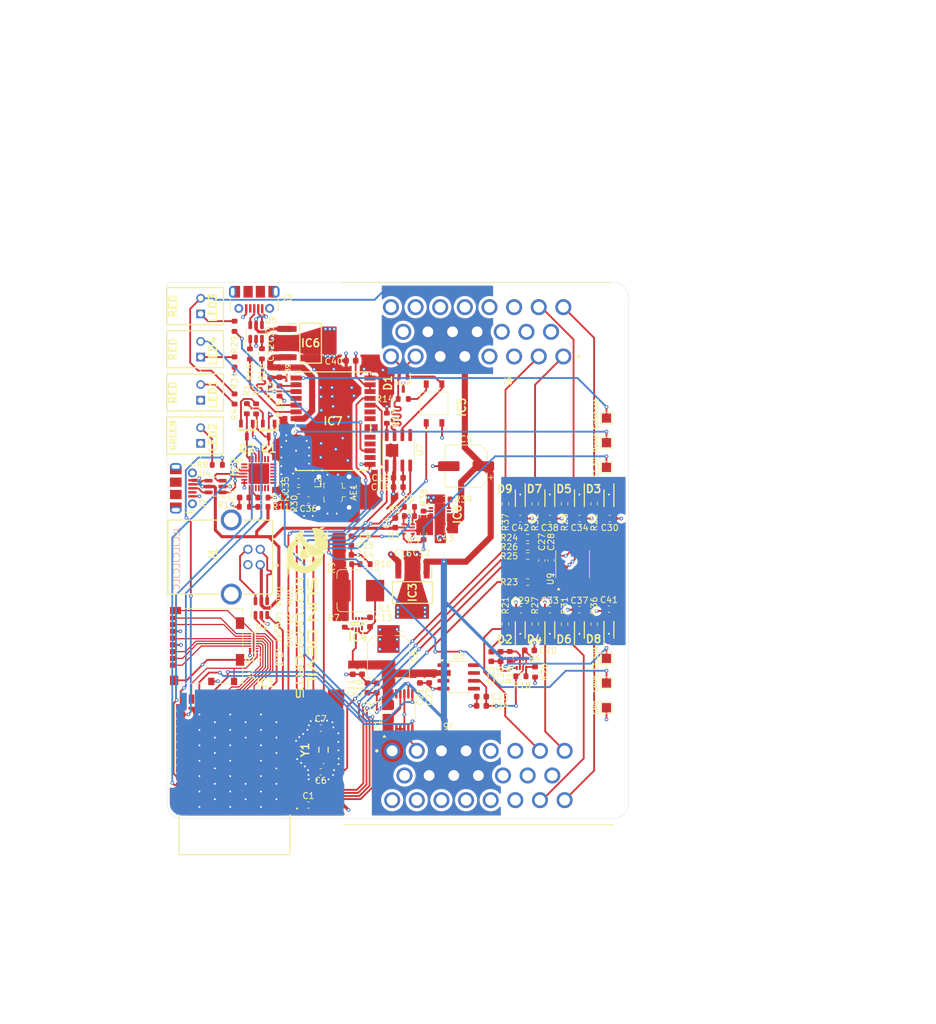
<source format=kicad_pcb>
(kicad_pcb (version 20241229) (generator "pcbnew") (generator_version "9.0")
  (layers (0 "F.Cu" signal) (4 "In1.Cu" signal) (6 "In2.Cu" signal) (2 "B.Cu" signal) (13 "F.Paste" user) (15 "B.Paste" user) (5 "F.SilkS" user "F.Silkscreen") (7 "B.SilkS" user "B.Silkscreen") (1 "F.Mask" user) (3 "B.Mask" user) (25 "Edge.Cuts" user))
  (net 0 "")
  (net 1 "GND")
  (net 2 "+3.3V")
  (net 3 "/RF_IN")
  (net 4 "VCC")
  (net 5 "/BTSB")
  (net 6 "/SMPS_SW")
  (net 7 "/5V_SMPS_OUT")
  (net 8 "Net-(U3-MODE)")
  (net 9 "VBUS")
  (net 10 "+5V")
  (net 11 "/BIAS_T")
  (net 12 "Net-(IC2-VBUS)")
  (net 13 "+5VA")
  (net 14 "/CAN-")
  (net 15 "/CAN+")
  (net 16 "/AIN0")
  (net 17 "/AIN1")
  (net 18 "/AIN2")
  (net 19 "/AIN3")
  (net 20 "/AIN4")
  (net 21 "/AIN5")
  (net 22 "/AIN6")
  (net 23 "/AIN7")
  (net 24 "/I2C1_SCL")
  (net 25 "/CAN_TERM")
  (net 26 "/USER_LED")
  (net 27 "/CAN_CTX")
  (net 28 "/CAN_RTX")
  (net 29 "/SD_CD")
  (net 30 "/I2C1_SDA")
  (net 31 "/UART1_D-")
  (net 32 "/UART1_D+")
  (net 33 "/ADC_CLK")
  (net 34 "/ADC_CS")
  (net 35 "/ADC_DOUT")
  (net 36 "Net-(U6-MODE)")
  (net 37 "Net-(IC7-RF_IN)")
  (net 38 "/ADC_DIN")
  (net 43 "/GPS_D-")
  (net 44 "Net-(IC2-RTS)")
  (net 45 "/Safeboot")
  (net 46 "/D_SEL")
  (net 47 "/GPS_D+")
  (net 52 "/VCC_RF")
  (net 60 "/PG")
  (net 61 "/SMPS_FB")
  (net 64 "/PROG_D-")
  (net 65 "Net-(IC2-DTR)")
  (net 68 "/PPS_LED")
  (net 69 "/RTK_STAT")
  (net 70 "/PROG_D+")
  (net 71 "Net-(IC5-Pad6)")
  (net 75 "Net-(LED4-K)")
  (net 78 "/XTAL_32K_P")
  (net 79 "/SD_DAT3")
  (net 80 "/RSTB")
  (net 82 "/USBB_D+")
  (net 83 "/USBB_D-")
  (net 85 "/USBM_D-")
  (net 88 "/USBM_D+")
  (net 95 "+BATT")
  (net 103 "/USBM2_D+")
  (net 104 "/USBM2_D-")
  (net 111 "Net-(J4-DAT2)")
  (net 112 "/UART2_TX")
  (net 113 "/PWR_LED")
  (net 114 "/USR_LED_RSTR")
  (net 115 "Net-(J4-CLK)")
  (net 116 "Net-(Q2-B)")
  (net 117 "Net-(J4-DAT0)")
  (net 118 "/PR1")
  (net 119 "/ST")
  (net 120 "Net-(J4-DAT1)")
  (net 121 "Net-(J4-CMD)")
  (net 122 "Net-(J4-DAT3{slash}CD)")
  (net 130 "/UART2_RX")
  (net 131 "/CHIP_PU")
  (net 132 "/U0TXD")
  (net 133 "/SD_CLK")
  (net 134 "/GPIO0")
  (net 135 "/SD_DAT2")
  (net 136 "/XTAL_32K_N")
  (net 137 "/SD_DAT1")
  (net 138 "/U0RXD")
  (net 139 "/SD_DAT0")
  (net 141 "Net-(IC1-3V3)")
  (net 144 "/SD_CMD")
  (net 152 "Net-(LED3-K)")
  (net 153 "Net-(Q1-B)")
  (net 154 "Net-(R15-Pad1)")
  (net 155 "Net-(R16-Pad2)")
  (net 156 "Net-(U7-Rs)")
  (net 157 "Net-(U6-PR1)")
  (net 158 "Net-(U6-ST)")
  (net 159 "Net-(U9-~{CS})")
  (net 160 "Net-(U9-DIN)")
  (net 161 "Net-(U9-SCLK)")
  (net 162 "Net-(U9-DOUT)")
  (net 170 "/AIN3_EXT")
  (net 171 "/AIN1_EXT")
  (net 172 "/AIN0_EXT")
  (net 173 "/AIN2_EXT")
  (net 174 "/AIN5_EXT")
  (net 175 "/AIN7_EXT")
  (net 176 "/AIN4_EXT")
  (net 177 "/AIN6_EXT")
  (net 182 "/GPS_VUSB")
  (net 183 "/GNSS_USB_PWR")
  (net 185 "Net-(IC7-RESET_N)")
  (net 186 "Net-(IC8-EN{slash}UVLO)")
  (net 188 "/EFUSE IN")
  (net 190 "Net-(IC8-ILIM)")
  (footprint "Capacitor_SMD:C_0603_1608Metric" (layer "F.Cu") (at 127.1 103.2 180)
    (property "Reference" "C18")
    (property "Value" "100nF")
  )
  (footprint "Capacitor_SMD:C_0603_1608Metric" (layer "F.Cu") (at 122.1 135.8 90)
    (property "Reference" "C2")
    (property "Value" "100nF")
  )
  (footprint "SDM_MiscFootprint:SOT-5X3" (layer "F.Cu") (at 145.6 131.82 90)
    (property "Reference" "U6")
    (property "Value" "TPS2116")
  )
  (footprint "Resistor_SMD:R_0603_1608Metric" (layer "F.Cu") (at 110.9 103.8 180)
    (property "Reference" "R30")
    (property "Value" "10")
  )
  (footprint "Resistor_SMD:R_0603_1608Metric" (layer "F.Cu") (at 100.5 88.9 -90)
    (property "Reference" "R4")
    (property "Value" "220")
  )
  (footprint "Inductor_SMD:L_Bourns_SRP7028A_7.3x6.6mm" (layer "F.Cu") (at 120.6 120)
    (property "Reference" "L1")
    (property "Value" "4.7uH")
  )
  (footprint "TestPoint:TestPoint_Pad_1.5x1.5mm" (layer "F.Cu") (at 160.9 131 -90)
    (property "Reference" "TP4")
    (property "Value" "ST_5VA")
  )
  (footprint "Resistor_SMD:R_0603_1608Metric" (layer "F.Cu") (at 147 133.9)
    (property "Reference" "R18")
    (property "Value" "10k")
  )
  (footprint "Capacitor_SMD:C_0603_1608Metric" (layer "F.Cu") (at 156.5 123.1 180)
    (property "Reference" "C37")
    (property "Value" "33nF")
  )
  (footprint "Resistor_SMD:R_0603_1608Metric" (layer "F.Cu") (at 148.1 111.4 180)
    (property "Reference" "R24")
    (property "Value" "100")
  )
  (footprint "Connector_USB:USB_Micro-B_Molex-105017-0001" (layer "F.Cu") (at 92.2 103.4 -90)
    (property "Reference" "J2")
    (property "Value" "ESP_USB")
  )
  (footprint "Capacitor_SMD:C_0603_1608Metric" (layer "F.Cu") (at 127.825 115.3 180)
    (property "Reference" "C16")
    (property "Value" "10uF")
  )
  (footprint "TestPoint:TestPoint_Pad_1.5x1.5mm" (layer "F.Cu") (at 160.9 92 -90)
    (property "Reference" "TP6")
    (property "Value" "Safeboot")
  )
  (footprint "Connector_Card:microSD_HC_Molex_104031-0811" (layer "F.Cu") (at 96.02 128.995 90)
    (property "Reference" "J4")
    (property "Value" "Molex_1040310811" (hide yes))
  )
  (footprint "Resistor_SMD:R_0603_1608Metric" (layer "F.Cu") (at 127.9 88.9 180)
    (property "Reference" "R14")
    (property "Value" "120")
  )
  (footprint "Package_TO_SOT_SMD:SOT-23-6" (layer "F.Cu") (at 104 78.0375 90)
    (property "Reference" "U5")
    (property "Value" "USBLC6-2SC6")
  )
  (footprint "Resistor_SMD:R_0603_1608Metric" (layer "F.Cu") (at 104 90.5 -90)
    (property "Reference" "R2")
    (property "Value" "10k")
  )
  (footprint "SDM_MiscFootprint:QFN50P500X500X80-29N-D" (layer "F.Cu") (at 104.45 101.01)
    (property "Reference" "IC2")
    (property "Value" "CP2102N-A02-GQFN28" (hide yes))
  )
  (footprint "SDM_MiscFootprint:67068-7041" (layer "F.Cu") (at 99.9675 114.55 -90)
    (property "Reference" "J1")
    (property "Value" "UART_USB" (hide yes))
  )
  (footprint "SDM_MiscFootprint:NEOF9P15B" (layer "F.Cu") (at 116.5 92.5 180)
    (property "Reference" "IC7")
    (property "Value" "NEO-F9P-15B" (hide yes))
  )
  (footprint "SDM_MiscFootprint:SOTFL50P160X60-8N" (layer "F.Cu") (at 120.45 125.362 90)
    (property "Reference" "IC4")
    (property "Value" "TPS563211DRLR" (hide yes))
  )
  (footprint "Resistor_SMD:R_0603_1608Metric" (layer "F.Cu") (at 154.1 105.9 -90)
    (property "Reference" "R28")
    (property "Value" "100")
  )
  (footprint "SDM_MiscFootprint:SSFLXH100LID01" (layer "F.Cu") (at 95 75.1 -90)
    (property "Reference" "LED3")
    (property "Value" "RED")
  )
  (footprint "Capacitor_SMD:CP_Elec_6.3x5.9" (layer "F.Cu") (at 138.1 99.8 180)
    (property "Reference" "C5")
    (property "Value" "100uF")
  )
  (footprint "Package_SO:TSSOP-16_4.4x5mm_P0.65mm" (layer "F.Cu") (at 127.1 139.6 90)
    (property "Reference" "U1")
    (property "Value" "INA260")
  )
  (footprint "Resistor_SMD:R_0603_1608Metric" (layer "F.Cu") (at 102.1 106.4 180)
    (property "Reference" "R13")
    (property "Value" "47.5K")
  )
  (footprint "Capacitor_SMD:C_0603_1608Metric" (layer "F.Cu") (at 119.7 132.8 90)
    (property "Reference" "C11")
    (property "Value" "100nF")
  )
  (footprint "Resistor_SMD:R_0603_1608Metric" (layer "F.Cu") (at 131.2 107.925 -90)
    (property "Reference" "R38")
    (property "Value" "1M")
  )
  (footprint "SDM_MiscFootprint:ESP32S3WROOM1N8R8" (layer "F.Cu") (at 100.5 150.1 180)
    (property "Reference" "IC1")
    (property "Value" "ESP32-S3-WROOM-1-N8R8" (hide yes))
  )
  (footprint "Resistor_SMD:R_0603_1608Metric" (layer "F.Cu") (at 144.5 105.9 -90)
    (property "Reference" "R37")
    (property "Value" "100")
  )
  (footprint "Resistor_SMD:R_0603_1608Metric" (layer "F.Cu") (at 148.1 118.6)
    (property "Reference" "R23")
    (property "Value" "100")
  )
  (footprint "SDM_MiscFootprint:SOD3716X135N" (layer "F.Cu") (at 151.7 105 -90)
    (property "Reference" "D7")
    (property "Value" "MBR0540T1G" (hide yes))
  )
  (footprint "Package_SO:SOIC-8_3.9x4.9mm_P1.27mm" (layer "F.Cu") (at 136.9 134)
    (property "Reference" "U8")
    (property "Value" "ADR425BRZ")
  )
  (footprint "Capacitor_SMD:C_0603_1608Metric" (layer "F.Cu") (at 121.2 132.8 90)
    (property "Reference" "C10")
    (property "Value" "22uF")
  )
  (footprint "Capacitor_SMD:C_0603_1608Metric" (layer "F.Cu") (at 146.9 108.3)
    (property "Reference" "C42")
    (property "Value" "33nF")
  )
  (footprint "Resistor_SMD:R_0603_1608Metric" (layer "F.Cu") (at 103 81.6 -90)
    (property "Reference" "R15")
    (property "Value" "27")
  )
  (footprint "Resistor_SMD:R_0603_1608Metric" (layer "F.Cu") (at 102.5 90.475 -90)
    (property "Reference" "R1")
    (property "Value" "10k")
  )
  (footprint "Capacitor_SMD:C_0603_1608Metric" (layer "F.Cu") (at 143.7 130.7 -90)
    (property "Reference" "C26")
    (property "Value" "1uF")
  )
  (footprint "LOGO" (layer "F.Cu") (at 112.341431 123.6 -90)
    (property "Reference" "G***" (hide yes))
    (property "Value" "LOGO" (hide yes))
  )
  (footprint "TestPoint:TestPoint_Pad_1.5x1.5mm" (layer "F.Cu") (at 160.9 135 -90)
    (property "Reference" "TP2" (hide yes))
    (property "Value" "SMPS")
  )
  (footprint "SDM_MiscFootprint:SOT230P700X180-4N" (layer "F.Cu") (at 129.4 120.3 -90)
    (property "Reference" "IC3")
    (property "Value" "MIC37100-3.3WS" (hide yes))
  )
  (footprint "Capacitor_SMD:C_0603_1608Metric" (layer "F.Cu") (at 148.4 129.7)
    (property "Reference" "C20")
    (property "Value" "1uF")
  )
  (footprint "Resistor_SMD:R_0603_1608Metric" (layer "F.Cu") (at 149.3 133.2 -90)
    (property "Reference" "R20")
    (property "Value" "10k")
  )
  (footprint "SDM_MiscFootprint:SON50P300X300X100-11L-D" (layer "F.Cu") (at 133.85 107.6)
    (property "Reference" "IC8")
    (property "Value" "TPS259250DRCR" (hide yes))
  )
  (footprint "SDM_MiscFootprint:SSFLXH100LID01" (layer "F.Cu") (at 95 82.1 -90)
    (property "Reference" "LED4")
    (property "Value" "RED")
  )
  (footprint "Capacitor_SMD:C_0603_1608Metric" (layer "F.Cu") (at 118.7 114.2)
    (property "Reference" "C14")
    (property "Value" "22uF")
  )
  (footprint "Resistor_SMD:R_0603_1608Metric" (layer "F.Cu") (at 118.7 115.7)
    (property "Reference" "R9")
    (property "Value" "82k")
  )
  (footprint "Capacitor_SMD:C_0603_1608Metric" (layer "F.Cu") (at 126.6 109 90)
    (property "Reference" "C4")
    (property "Value" "1uF")
  )
  (footprint "Resistor_SMD:R_0603_1608Metric" (layer "F.Cu") (at 149.3 125.4 90)
    (property "Reference" "R27")
    (property "Value" "100")
  )
  (footprint "Capacitor_SMD:C_0603_1608Metric" (layer "F.Cu") (at 114.5 142.3 180)
    (property "Reference" "C7")
    (property "Value" "15pF")
  )
  (footprint "Resistor_SMD:R_0603_1608Metric" (layer "F.Cu") (at 97.7 99.6 180)
    (property "Reference" "R8")
    (property "Value" "220")
  )
  (footprint "Capacitor_SMD:C_0603_1608Metric" (layer "F.Cu") (at 134.7 110 180)
    (property "Reference" "C43")
    (property "Value" "1uF")
  )
  (footprint "Package_TO_SOT_SMD:SOT-583-8" (layer "F.Cu") (at 128.7 110 180)
    (property "Reference" "U3")
    (property "Value" "TPS2116DRL")
  )
  (footprint "SDM_MiscFootprint:SOD3716X135N" (layer "F.Cu") (at 146.9 126.4 90)
    (property "Reference" "D2")
    (property "Value" "MBR0540T1G" (hide yes))
  )
  (footprint "Resistor_SMD:R_0603_1608Metric" (layer "F.Cu") (at 148.1 112.9)
    (property "Reference" "R26")
    (property "Value" "100")
  )
  (footprint "Capacitor_SMD:C_0603_1608Metric" (layer "F.Cu") (at 107.820818 78.30028 90)
    (property "Reference" "C31")
    (property "Value" "10uF")
  )
  (footprint "TestPoint:TestPoint_Pad_1.5x1.5mm" (layer "F.Cu") (at 160.9 100 -90)
    (property "Reference" "TP1")
    (property "Value" "ST_5V")
  )
  (footprint "Capacitor_SMD:C_0603_1608Metric" (layer "F.Cu") (at 132.1 134.2 -90)
    (property "Reference" "C22")
    (property "Value" "100nF")
  )
  (footprint "Capacitor_SMD:C_0603_1608Metric" (layer "F.Cu") (at 140.6 138.7 180)
    (property "Reference" "C24")
    (property "Value" "1uF")
  )
  (footprint "Capacitor_SMD:C_0603_1608Metric" (layer "F.Cu") (at 147 123.1 180)
    (property "Reference" "C29")
    (property "Value" "33nF")
  )
  (footprint "SDM_MiscFootprint:CONN23_776087_TEC" (layer "F.Cu") (at 153.9 82)
    (property "Reference" "J5")
    (property "Value" "1-776087-4")
  )
  (footprint "Resistor_SMD:R_0603_1608Metric" (layer "F.Cu") (at 154.1 125.425 90)
    (property "Reference" "R31")
    (property "Value" "100")
  )
  (footprint "Capacitor_SMD:C_0603_1608Metric" (layer "F.Cu") (at 119.4 82.7)
    (property "Reference" "C40")
    (property "Value" "1uF")
  )
  (footprint "Package_SO:TSSOP-16_4.4x5mm_P0.65mm" (layer "F.Cu") (at 155.4 115.7 90)
    (property "Reference" "U9")
    (property "Value" "ADC128S102")
  )
  (footprint "Capacitor_SMD:C_0603_1608Metric" (layer "F.Cu") (at 151.7 108.3)
    (property "Reference" "C38")
    (property "Value" "33nF")
  )
  (footprint "Resistor_SMD:R_0603_1608Metric" (layer "F.Cu") (at 128.9 107.9)
    (property "Reference" "R5")
    (property "Value" "10k")
  )
  (footprint "Capacitor_SMD:C_0603_1608Metric" (layer "F.Cu") (at 161.3 123 180)
    (property "Reference" "C41")
    (property "Value" "33nF")
  )
  (footprint "Resistor_SMD:R_0603_1608Metric" (layer "F.Cu") (at 105.1 104.9)
    (property "Reference" "R12")
    (property "Value" "1k")
  )
  (footprint "Resistor_SMD:R_0603_1608Metric" (layer "F.Cu") (at 149.3 105.9 -90)
    (property "Reference" "R32")
    (property "Value" "100")
  )
  (footprint "SDM_MiscFootprint:SOT230P700X180-4N" (layer "F.Cu") (at 112.850818 79.83028)
    (property "Reference" "IC6")
    (property "Value" "MIC37100-3.3WS" (hide yes))
  )
  (footprint "Resistor_SMD:R_0603_1608Metric" (layer "F.Cu") (at 106.3 84.6 90)
    (property "Reference" "R33")
    (property "Value" "100k")
  )
  (footprint "Package_TO_SOT_SMD:SOT-23-6" (layer "F.Cu") (at 104.85 122.8375 90)
    (property "Reference" "U2")
    (property "Value" "USBLC6-2SC6")
  )
  (footprint "Capacitor_SMD:C_0603_1608Metric" (layer "F.Cu") (at 151.9 115.1 -90)
    (property "Reference" "C28")
    (property "Value" "1uF")
  )
  (footprint "Capacitor_SMD:C_0603_1608Metric" (layer "F.Cu") (at 150.4 115.1 -90)
    (property "Reference" "C27")
    (property "Value" "100nF")
  )
  (footprint "Transistors:SOT96P237X111-3N" (layer "F.Cu") (at 106.05 93.95 -90)
    (property "Reference" "Q1")
    (property "Value" "MMBT2222LT1G" (hide yes))
  )
  (footprint "Resistor_SMD:R_0603_1608Metric" (layer "F.Cu") (at 100.5 82.9 90)
    (property "Reference" "R34")
    (property "Value" "220")
  )
  (footprint "Resistor_SMD:R_0603_1608Metric" (layer "F.Cu") (at 144.5 125.4 90)
    (property "Reference" "R21")
    (property "Value" "100")
  )
  (footprint "SDM_MiscFootprint:SSFLXH100LID01" (layer "F.Cu") (at 95 96.1 -90)
    (property "Reference" "LED2")
    (property "Value" "GREEN")
  )
  (footprint "Connector_Coaxial:U.FL_Molex_MCRF_73412-0110_Vertical" (layer "F.Cu") (at 116.5 104.075 -90)
    (property "Reference" "AE1")
    (property "Value" "UFL")
  )
  (footprint "uSDs:UQFN-17-3.5x1.2mm" (layer "F.Cu") (at 103.6 128.4 180)
    (property "Reference" "U10")
    (property "Value" "EMIF06-MSD02N16")
  )
  (footprint "Package_TO_SOT_SMD:SOT-23-6" (layer "F.Cu") (at 97.41 103.11 180)
    (property "Reference" "U4")
    (property "Value" "USBLC6-2SC6")
  )
  (footprint "SDM_MiscFootprint:SOD3716X135N" (layer "F.Cu") (at 151.7 126.4 90)
    (property "Reference" "D4")
    (property "Value" "MBR0540T1G" (hide yes))
  )
  (footprint "Resistor_SMD:R_0603_1608Metric" (layer "F.Cu") (at 100.5 77.1 -90)
    (property "Reference" "R29")
    (property "Value" "220")
  )
  (footprint "Resistor_SMD:R_0603_1608Metric" (layer "F.Cu") (at 104.95 81.575 90)
    (property "Reference" "R16")
    (property "Value" "27")
  )
  (footprint "Resistor_SMD:R_0603_1608Metric" (layer "F.Cu") (at 148.1 114.4)
    (property "Reference" "R25")
    (property "Value" "100")
  )
  (footprint "SDM_MiscFootprint:SOD3716X135N" (layer "F.Cu") (at 161.3 126.35 90)
    (property "Reference" "D8")
    (property "Value" "MBR0540T1G" (hide yes))
  )
  (footprint "Capacitor_SMD:C_0603_1608Metric" (layer "F.Cu") (at 151.7 123.1 180)
    (property "Reference" "C33")
    (property "Value" "33nF")
  )
  (footprint "Connector_USB:USB_Micro-B_Molex-105017-0001" (layer "F.Cu") (at 103.7 72.7375 180)
    (property "Reference" "J3")
    (property "Value" "GNSS_Debug")
  )
  (footprint "SDM_MiscFootprint:SOD3716X135N" (layer "F.Cu") (at 146.9 105 -90)
    (property "Reference" "D9")
    (property "Value" "MBR0540T1G" (hide yes))
  )
  (footprint "SDM_MiscFootprint:SOD3716X135N" (layer "F.Cu") (at 156.5 126.4 90)
    (property "Reference" "D6")
    (property "Value" "MBR0540T1G" (hide yes))
  )
  (footprint "SDM_MiscFootprint:SOD3716X135N" (layer "F.Cu") (at 161.3 105 -90)
    (property "Reference" "D3")
    (property "Value" "MBR0540T1G" (hide yes))
  )
  (footprint "Capacitor_SMD:C_0603_1608Metric" (layer "F.Cu") (at 107.8 84.6 -90)
    (property "Reference" "C39")
    (property "Value" "1uF")
  )
  (footprint "Resistor_SMD:R_0603_1608Metric" (layer "F.Cu") (at 121.7 115.7)
    (property "Reference" "R10")
    (property "Value" "11k")
  )
  (footprint "Capacitor_SMD:C_0603_1608Metric" (layer "F.Cu") (at 107.8 81.4 90)
    (property "Reference" "C32")
    (property "Value" "10uF")
  )
  (footprint "Package_SO:SOIC-8_3.9x4.9mm_P1.27mm" (layer "F.Cu") (at 127.1195 97.2325 90)
    (property "Reference" "U7")
    (property "Value" "SN65HVD230")
  )
  (footprint "Resistor_SMD:R_0603_1608Metric" (layer "F.Cu") (at 158.9 105.9 -90)
    (property "Reference" "R22")
    (property "Value" "100")
  )
  (footprint "Capacitor_SMD:C_0603_1608Metric" (layer "F.Cu") (at 112.5 154.8 180)
    (property "Reference" "C1")
    (property "Value" "100nF")
  )
  (footprint "Resistor_SMD:R_0603_1608Metric" (layer "F.Cu") (at 131.2 110.9 90)
    (property "Reference" "R3")
    (property "Value" "10k")
  )
  (footprint "Transistors:SOT96P237X111-3N" (layer "F.Cu") (at 102.5 93.95 -90)
    (property "Reference" "Q2")
    (property "Value" "MMBT2222LT1G" (hide yes))
  )
  (footprint "Resistor_SMD:R_0603_1608Metric" (layer "F.Cu") (at 125.2245 92.0225 -90)
    (property "Reference" "R17")
    (property "Value" "10k")
  )
  (footprint "Inductor_SMD:L_0402_1005Metric" (layer "F.Cu") (at 112.9 102.5 -90)
    (property "Reference" "L2")
    (property "Value" "27nH")
  )
  (footprint "Capacitor_SMD:C_0603_1608Metric" (layer "F.Cu") (at 110.9 102.3)
    (property "Reference" "C35")
    (property "Value" "1uF")
  )
  (footprint "Capacitor_SMD:C_0603_1608Metric" (layer "F.Cu") (at 102.1 104.9 180)
    (property "Reference" "C17")
    (property "Value" "1uF")
  )
  (footprint "SDM_MiscFootprint:SOT65P210X110-3N" (layer "F.Cu") (at 127.9 86.3 -90)
    (property "Reference" "D1")
    (property "Value" "ESDCAN03-2BWY" (hide yes))
  )
  (footprint "TestPoint:TestPoint_Pad_1.5x1.5mm" (layer "F.Cu") (at 160.9 139 -90)
    (property "Reference" "TP3" (hide yes))
    (property "Value" "GND")
  )
  (footprint "Capacitor_SMD:C_0603_1608Metric" (layer "F.Cu") (at 114.5 149.4 180)
    (property "Reference" "C6")
    (property "Value" "15pF")
  )
  (footprint "Resistor_SMD:R_0603_1608Metric" (layer "F.Cu") (at 158.9 125.425 90)
    (property "Reference" "R36")
    (property "Value" "100")
  )
  (footprint "Capacitor_SMD:C_0603_1608Metric" (layer "F.Cu") (at 130.6 134.2 -90)
    (property "Reference" "C21")
    (property "Value" "10uF")
  )
  (footprint "TestPoint:TestPoint_Pad_1.5x1.5mm" (layer "F.Cu") (at 160.9 96 -90)
    (property "Reference" "TP5")
    (property "Value" "Reset")
  )
  (footprint "Capacitor_SMD:C_0603_1608Metric" (layer "F.Cu") (at 123.6 135.8 90)
    (property "Reference" "C3")
    (property "Value" "100nF")
  )
  (footprint "Capacitor_SMD:C_0603_1608Metric" (layer "F.Cu") (at 122.5 125.1 -90)
    (property "Reference" "C13")
    (property "Value" "100nF")
  )
  (footprint "Resistor_SMD:R_0603_1608Metric" (layer "F.Cu") (at 118.4 125.1 90)
    (property "Reference" "R7")
    (property "Value" "10k")
  )
  (footprint "Resistor_SMD:R_0603_1608Metric" (layer "F.Cu") (at 105.1 106.4)
    (property "Reference" "R11")
    (property "Value" "22.1K")
  )
  (footprint "Resistor_SMD:R_0603_1608Metric" (layer "F.Cu") (at 134.675 105.2)
    (property "Reference" "R39")
    (property "Value" "60k")
  )
  (footprint "SDM_MiscFootprint:ECX327CDX2096" (layer "F.Cu") (at 114.95 145.83 90)
    (property "Reference" "Y1")
    (property "Value" "ECX-.327-CDX-2096" (hide yes))
  )
  (footprint "Capacitor_SMD:CP_Elec_6.3x5.9" (layer "F.Cu") (at 125.5 130.7 -90)
    (property "Reference" "C8")
    (property "Value" "47uF")
  )
  (footprint "Capacitor_SMD:C_0603_1608Metric" (layer "F.Cu") (at 118.7 111.2)
    (property "Reference" "C9")
    (property "Value" "1uF")
  )
  (footprint "Capacitor_SMD:C_0603_1608Metric" (layer "F.Cu") (at 140.6 137.2 180)
    (property "Reference" "C23")
    (property "Value" "100nF")
  )
  (footprint "Capacitor_SMD:C_0603_1608Metric" (layer "F.Cu") (at 118.7 112.7)
    (property "Reference" "C15")
    (property "Value" "22uF")
  )
  (footprint "SDM_MiscFootprint:CONN23_776087_TEC" (layer "F.Cu") (at 126.1 146 180)
    (property "Reference" "J6")
    (property "Value" "1-776087-4")
  )
  (footprint "Resistor_SMD:R_0603_1608Metric" (layer "F.Cu") (at 107.8 87.6 -90)
    (property "Reference" "R35")
    (property "Value" "10k")
  )
  (footprint "Capacitor_SMD:C_0603_1608Metric" (layer "F.Cu") (at 127.1 101.7 180)
    (property "Reference" "C19")
    (property "Value" "100nF")
  )
  (footprint "Capacitor_SMD:C_0603_1608Metric" (layer "F.Cu") (at 156.525 108.3)
    (property "Reference" "C34")
    (property "Value" "33nF")
  )
  (footprint "Resistor_SMD:R_0603_1608Metric" (layer "F.Cu") (at 128.9 106.4 180)
    (property "Reference" "R6")
    (property "Value" "10k")
  )
  (footprint "SDM_MiscFootprint:SSFLXH100LID01" (layer "F.Cu") (at 95 89.1 -90)
    (property "Reference" "LED1")
    (property "Value" "RED")
  )
  (footprint "Capacitor_SMD:C_0603_1608Metric" (layer "F.Cu") (at 130.875 115.3)
    (property "Reference" "C12")
    (property "Value" "10uF")
  )
  (footprint "SDM_MiscFootprint:TLP266J" (layer "F.Cu") (at 132.9 90.25 90)
    (property "Reference" "IC5")
    (property "Value" "TLP175A_TPL,E" (hide yes))
  )
  (footprint "Capacitor_SMD:C_0603_1608Metric" (layer "F.Cu") (at 161.425 108.3)
    (property "Reference" "C30")
    (property "Value" "33nF")
  )
  (footprint "Capacitor_SMD:C_0603_1608Metric" (layer "F.Cu") (at 142.2 130.7 -90)
    (property "Reference" "C25")
    (property "Value" "100nF")
  )
  (footprint "Resistor_SMD:R_0603_1608Metric" (layer "F.Cu") (at 145.2 130.7 90)
    (property "Reference" "R19")
    (property "Value" "10k")
  )
  (footprint "Capacitor_SMD:C_0603_1608Metric" (layer "F.Cu") (at 112.5 105.3 180)
    (property "Reference" "C36")
    (property "Value" "100nF")
  )
  (footprint "SDM_MiscFootprint:SOD3716X135N" (layer "F.Cu") (at 156.5 105 -90)
    (property "Reference" "D5")
    (property "Value" "MBR0540T1G" (hide yes))
  )
  (gr_arc (start 89.5 70.5) (mid 89.646447 70.146447) (end 90 70) (stroke (width 0.05)) (layer "Edge.Cuts"))
  (gr_line (start 90 70) (end 162 70) (stroke (width 0.05)) (layer "Edge.Cuts"))
  (gr_line (start 89.5 154.5) (end 89.5 70.5) (stroke (width 0.05)) (layer "Edge.Cuts"))
  (gr_arc (start 162 70) (mid 163.767767 70.732233) (end 164.5 72.5) (stroke (width 0.05)) (layer "Edge.Cuts"))
  (gr_line (start 164.5 72.5) (end 164.5 154.5) (stroke (width 0.05)) (layer "Edge.Cuts"))
  (gr_arc (start 92 157) (mid 90.232233 156.267767) (end 89.5 154.5) (stroke (width 0.05)) (layer "Edge.Cuts"))
  (gr_arc (start 164.5 154.5) (mid 163.767767 156.267767) (end 162 157) (stroke (width 0.05)) (layer "Edge.Cuts"))
  (gr_line (start 162 157) (end 92 157) (stroke (width 0.05)) (layer "Edge.Cuts"))
  (gr_text "SDM-26 DAQ\nData Logger v3.3\n" (at 107.2 119.191686 270) (layer "F.SilkS") (effects (font (size 1 1)) (justify left bottom)))
  (gr_text "JLCJLCJLCJLC" (at 91.7 109.5 -270) (layer "B.SilkS") (effects (font (size 1 1)) (justify left bottom mirror)))
  (segment (start 119.475 114.2) (end 120.6 114.2) (width 0.3) (layer "F.Cu") (net 1))
  (segment (start 145.1 133) (end 145.6 132.5) (width 0.3) (layer "F.Cu") (net 1))
  (segment (start 126.6 108.225) (end 126.6 107.875) (width 0.3) (layer "F.Cu") (net 1))
  (segment (start 139.825 137.2) (end 139.825 138.7) (width 0.3) (layer "F.Cu") (net 1))
  (segment (start 154.425 116.25) (end 154.425 118.5625) (width 0.3) (layer "F.Cu") (net 1))
  (segment (start 100.1 106) (end 100.5 106.4) (width 0.3) (layer "F.Cu") (net 1))
  (segment (start 95.3 132) (end 96.065 131.235) (width 0.3) (layer "F.Cu") (net 1))
  (segment (start 158.5 108.3) (end 157.3 108.3) (width 0.3) (layer "F.Cu") (net 1))
  (segment (start 146.225 121.925) (end 146.2 121.9) (width 0.3) (layer "F.Cu") (net 1))
  (segment (start 132.7 99.8) (end 135.3 99.8) (width 0.3) (layer "F.Cu") (net 1))
  (segment (start 128.075 143.475) (end 130.1 145.5) (width 0.3) (layer "F.Cu") (net 1))
  (segment (start 90.695 134.56) (end 92.74 134.56) (width 0.3) (layer "F.Cu") (net 1))
  (segment (start 128.075 142.4625) (end 128.075 143.475) (width 0.3) (layer "F.Cu") (net 1))
  (segment (start 110.5 99.5) (end 110.5 100.3) (width 0.3) (layer "F.Cu") (net 1))
  (segment (start 122.1 135.025) (end 123.6 135.025) (width 0.3) (layer "F.Cu") (net 1))
  (segment (start 121.1 99.5) (end 122.3 99.5) (width 0.3) (layer "F.Cu") (net 1))
  (segment (start 90.57 126.6) (end 91.7 126.6) (width 0.3) (layer "F.Cu") (net 1))
  (segment (start 92.74 134.56) (end 95.3 132) (width 0.3) (layer "F.Cu") (net 1))
  (segment (start 142.2 131.475) (end 143.7 131.475) (width 0.3) (layer "F.Cu") (net 1))
  (segment (start 126.325 99.867) (end 126.4845 99.7075) (width 0.3) (layer "F.Cu") (net 1))
  (segment (start 105.612501 125.4) (end 104.85 124.637499) (width 0.3) (layer "F.Cu") (net 1))
  (segment (start 96.72 134.735) (end 97.765 134.735) (width 0.3) (layer "F.Cu") (net 1))
  (segment (start 146.225 123.1) (end 146.225 121.925) (width 0.3) (layer "F.Cu") (net 1))
  (segment (start 146.34 132.54) (end 145.64 132.54) (width 0.3) (layer "F.Cu") (net 1))
  (segment (start 134.425 135.905) (end 132.705 135.905) (width 0.3) (layer "F.Cu") (net 1))
  (segment (start 133.85 105.375) (end 133.675 105.2) (width 0.3) (layer "F.Cu") (net 1))
  (segment (start 107.820818 79.07528) (end 108.945818 79.07528) (width 0.5) (layer "F.Cu") (net 1))
  (segment (start 107.810818 80.59528) (end 107.810818 79.08528) (width 0.5) (layer "F.Cu") (net 1))
  (segment (start 104.85 124.637499) (end 104.85 123.975) (width 0.3) (layer "F.Cu") (net 1))
  (segment (start 154.8875 115.7875) (end 154.425 116.25) (width 0.3) (layer "F.Cu") (net 1))
  (segment (start 109.700818 79.83028) (end 108.906098 80.625) (width 0.5) (layer "F.Cu") (net 1))
  (segment (start 143.9 133) (end 145.1 133) (width 0.3) (layer "F.Cu") (net 1))
  (segment (start 134.1 100) (end 134.2 99.9) (width 0.3) (layer "F.Cu") (net 1))
  (segment (start 129.4 111.5) (end 129.44 111.46) (width 0.3) (layer "F.Cu") (net 1))
  (segment (start 97.765 134.735) (end 97.8 134.7) (width 0.3) (layer "F.Cu") (net 1))
  (segment (start 93.6625 104.7) (end 94.8 104.7) (width 0.3) (layer "F.Cu") (net 1))
  (segment (start 103.6 126.852226) (end 102.012774 125.265) (width 0.2) (layer "F.Cu") (net 1))
  (segment (start 132.1 135.4) (end 132.7 136) (width 0.3) (layer "F.Cu") (net 1))
  (segment (start 121.2 125.4) (end 121.2 126.2) (width 0.3) (layer "F.Cu") (net 1))
  (segment (start 108.906098 80.625) (end 107.8 80.625) (width 0.5) (layer "F.Cu") (net 1))
  (segment (start 154.05 115.875) (end 154.425 116.25) (width 0.3) (layer "F.Cu") (net 1))
  (segment (start 122.5 100.7) (end 122.5 99.5) (width 0.3) (layer "F.Cu") (net 1))
  (segment (start 155.3875 115.2875) (end 154.8875 115.7875) (width 0.3) (layer "F.Cu") (net 1))
  (segment (start 148.8 108.3) (end 147.675 108.3) (width 0.3) (layer "F.Cu") (net 1))
  (segment (start 127.425 142.4625) (end 128.075 142.4625) (width 0.3) (layer "F.Cu") (net 1))
  (segment (start 121.025 114.2) (end 122.525 115.7) (width 0.3) (layer "F.Cu") (net 1))
  (segment (start 127.9 87.35) (end 127.9 86.3) (width 0.3) (layer "F.Cu") (net 1))
  (segment (start 100.5 106.4) (end 101.275 106.4) (width 0.3) (layer "F.Cu") (net 1))
  (segment (start 119.475 112.7) (end 119.475 114.2) (width 0.3) (layer "F.Cu") (net 1))
  (segment (start 145.64 132.54) (end 145.6 132.5) (width 0.3) (layer "F.Cu") (net 1))
  (segment (start 103.6 128.4) (end 103.6 130.749943) (width 0.2) (layer "F.Cu") (net 1))
  (segment (start 96.065 131.235) (end 101.395 131.235) (width 0.3) (layer "F.Cu") (net 1))
  (segment (start 120.6 114.2) (end 121.025 114.2) (width 0.3) (layer "F.Cu") (net 1))
  (segment (start 99.37 123.24) (end 90.92 123.24) (width 0.2) (layer "F.Cu") (net 1))
  (segment (start 105.9 125.4) (end 105.612501 125.4) (width 0.3) (layer "F.Cu") (net 1))
  (segment (start 129.44 111.46) (end 129.44 110.75) (width 0.3) (layer "F.Cu") (net 1))
  (segment (start 154.6 123.1) (end 155.725 123.1) (width 0.3) (layer "F.Cu") (net 1))
  (segment (start 155.751 112.8635) (end 155.751 114.924) (width 0.3) (layer "F.Cu") (net 1))
  (segment (start 126.494239 108.225) (end 125.593237 109.126002) (width 0.3) (layer "F.Cu") (net 1))
  (segment (start 118.6 133.6) (end 119.675 133.6) (width 0.3) (layer "F.Cu") (net 1))
  (segment (start 103.114943 131.235) (end 101.395 131.235) (width 0.2) (layer "F.Cu") (net 1))
  (segment (start 116.525 105.55) (end 118 104.075) (width 0.3) (layer "F.Cu") (net 1))
  (segment (start 150.9 121.9) (end 150.9 123.075) (width 0.3) (layer "F.Cu") (net 1))
  (segment (start 102.1 100.51) (end 103.95 100.51) (width 0.3) (layer "F.Cu") (net 1))
  (segment (start 101.89 75.5975) (end 102.4 75.0875) (width 0.3) (layer "F.Cu") (net 1))
  (segment (start 155.751 114.924) (end 155.3875 115.2875) (width 0.3) (layer "F.Cu") (net 1))
  (segment (start 103.6 130.749943) (end 103.114943 131.235) (width 0.2) (layer "F.Cu") (net 1))
  (segment (start 149.3 135) (end 149.3 134.025) (width 0.3) (layer "F.Cu") (net 1))
  (segment (start 101.45 100.51) (end 102.1 100.51) (width 0.3) (layer "F.Cu") (net 1))
  (segment (start 108.945818 79.07528) (end 109.700818 79.83028) (width 0.5) (layer "F.Cu") (net 1))
  (segment (start 126.6 107.875) (end 128.075 106.4) (width 0.3) (layer "F.Cu") (net 1))
  (segment (start 101.395 125.265) (end 99.37 123.24) (width 0.2) (layer "F.Cu") (net 1))
  (segment (start 151.9 115.875) (end 154.05 115.875) (width 0.3) (layer "F.Cu") (net 1))
  (segment (start 100.61 99.67) (end 101.45 100.51) (width 0.3) (layer "F.Cu") (net 1))
  (segment (start 149.2 128.5) (end 149.2 129.675) (width 0.3) (layer "F.Cu") (net 1))
  (segment (start 125.2245 90.1075) (end 125.2245 91.1975) (width 0.3) (layer "F.Cu") (net 1))
  (segment (start 101.275 106.4) (end 101.275 104.95) (width 0.3) (layer "F.Cu") (net 1))
  (segment (start 134.2 95.2) (end 134.2 92.805) (width 0.3) (layer "F.Cu") (net 1))
  (segment (start 150.4 115.875) (end 151.9 115.875) (width 0.3) (layer "F.Cu") (net 1))
  (segment (start 128.075 136.7375) (end 128.075 140.1) (width 0.3) (layer "F.Cu") (net 1))
  (segment (start 110.5 100.5) (end 110 101) (width 0.3) (layer "F.Cu") (net 1))
  (segment (start 103.6 128.4) (end 103.6 126.852226) (width 0.2) (layer "F.Cu") (net 1))
  (segment (start 118.6 81.5) (end 118.6 82.675) (width 0.3) (layer "F.Cu") (net 1))
  (segment (start 126.775 142.4625) (end 127.425 142.4625) (width 0.3) (layer "F.Cu") (net 1))
  (segment (start 159.3 123.3) (end 160.225 123.3) (width 0.3) (layer "F.Cu") (net 1))
  (segment (start 119.7 133.575) (end 121.2 133.575) (width 0.3) (layer "F.Cu") (net 1))
  (segment (start 163.3 108.3) (end 162.2 108.3) (width 0.3) (layer "F.Cu") (net 1))
  (segment (start 133.825 107.625) (end 133.85 107.6) (width 0.3) (layer "F.Cu") (net 1))
  (segment (start 102.012774 125.265) (end 101.395 125.265) (width 0.2) (layer "F.Cu") (net 1))
  (segment (start 121.2 133.575) (end 121.2 134.125) (width 0.3) (layer "F.Cu") (net 1))
  (segment (start 138.8 138.7) (end 139.825 138.7) (width 0.3) (layer "F.Cu") (net 1))
  (segment (start 126.6 108.225) (end 126.494239 108.225) (width 0.3) (layer "F.Cu") (net 1))
  (segment (start 102.4 75.0875) (end 102.4 74.2) (width 0.3) (layer "F.Cu") (net 1))
  (segment (start 143.7 132.8) (end 143.9 133) (width 0.3) (layer "F.Cu") (net 1))
  (segment (start 104 80.29636) (end 104 79.175) (width 0.3) (layer "F.Cu") (net 1))
  (segment (start 160.225 123.3) (end 160.525 123) (width 0.3) (layer "F.Cu") (net 1))
  (segment (start 160.9 140.9) (end 160.9 139) (width 0.3) (layer "F.Cu") (net 1))
  (segment (start 121.2 134.125) (end 122.1 135.025) (width 0.3) (layer "F.Cu") (net 1))
  (segment (start 153.6 108.3) (end 152.475 108.3) (width 0.3) (layer "F.Cu") (net 1))
  (segment (start 143.7 131.475) (end 143.7 132.8) (width 0.3) (layer "F.Cu") (net 1))
  (segment (start 128.075 140.1) (end 128.075 142.4625) (width 0.3) (layer "F.Cu") (net 1))
  (segment (start 130.6 134.975) (end 132.1 134.975) (width 0.3) (layer "F.Cu") (net 1))
  (segment (start 99.8 103.1) (end 98.5575 103.1) (width 0.3) (layer "F.Cu") (net 1))
  (segment (start 116.525 102.6) (end 118 104.075) (width 0.3) (layer "F.Cu") (net 1))
  (segment (start 100.5 83.725) (end 100.5 84.8) (width 0.3) (layer "F.Cu") (net 1))
  (segment (start 110.5 100.3) (end 110.5 100.5) (width 0.3) (layer "F.Cu") (net 1))
  (segment (start 132.1 134.975) (end 132.1 135.4) (width 0.3) (layer "F.Cu") (net 1))
  (via (at 122.67 93.55) (size 0.6) (drill 0.3) (layers "F.Cu" "B.Cu") (net 1))
  (via (at 154.8875 115.7875) (size 0.6) (drill 0.3) (layers "F.Cu" "B.Cu") (net 1))
  (via (at 116.37 88.48) (size 0.6) (drill 0.3) (layers "F.Cu" "B.Cu") (net 1))
  (via (at 126.9 126.3) (size 0.6) (drill 0.3) (layers "F.Cu" "B.Cu") (net 1))
  (via (at 108.1 98.4) (size 0.6) (drill 0.3) (layers "F.Cu" "B.Cu") (net 1))
  (via (at 113.2 107.9) (size 0.6) (drill 0.3) (layers "F.Cu" "B.Cu") (net 1))
  (via (at 116.66 149.12) (size 0.6) (drill 0.3) (layers "F.Cu" "B.Cu") (net 1))
  (via (at 100.5 84.8) (size 0.6) (drill 0.3) (layers "F.Cu" "B.Cu") (net 1))
  (via (at 104.00364 80.3) (size 0.6) (drill 0.3) (layers "F.Cu" "B.Cu") (net 1))
  (via (at 121.1 99.5) (size 0.6) (drill 0.3) (layers "F.Cu" "B.Cu") (net 1))
  (via (at 97.8 134.7) (size 0.6) (drill 0.3) (layers "F.Cu" "B.Cu") (net 1))
  (via (at 94.8 142.6) (size 0.6) (drill 0.3) (layers "F.Cu" "B.Cu") (net 1))
  (via (at 131.419706 122.772696) (size 0.6) (drill 0.3) (layers "F.Cu" "B.Cu") (net 1))
  (via (at 111.01 143.76) (size 0.6) (drill 0.3) (layers "F.Cu" "B.Cu") (net 1))
  (via (at 118.6 133.6) (size 0.6) (drill 0.3) (layers "F.Cu" "B.Cu") (net 1))
  (via (at 126.3 104.3) (size 0.6) (drill 0.3) (layers "F.Cu" "B.Cu") (net 1))
  (via (at 118.06 95.26) (size 0.6) (drill 0.3) (layers "F.Cu" "B.Cu") (net 1))
  (via (at 131.419706 124.172696) (size 0.6) (drill 0.3) (layers "F.Cu" "B.Cu") (net 1))
  (via (at 114.2 101.5) (size 1.5) (drill 0.75) (layers "F.Cu" "B.Cu") (net 1))
  (via (at 138.8 138.7) (size 0.6) (drill 0.3) (layers "F.Cu" "B.Cu") (net 1))
  (via (at 99.8 152.6) (size 0.6) (drill 0.3) (layers "F.Cu" "B.Cu") (net 1))
  (via (at 133.5 111.2) (size 0.6) (drill 0.3) (layers "F.Cu" "B.Cu") (net 1))
  (via (at 114.5 87.03) (size 0.6) (drill 0.3) (layers "F.Cu" "B.Cu") (net 1))
  (via (at 112.44 149.13) (size 0.6) (drill 0.3) (layers "F.Cu" "B.Cu") (net 1))
  (via (at 114.1 106.6) (size 1.5) (drill 0.75) (layers "F.Cu" "B.Cu") (net 1))
  (via (at 114.7 100.5) (size 0.6) (drill 0.3) (layers "F.Cu" "B.Cu") (net 1))
  (via (at 116.680818 77.55028) (size 0.6) (drill 0.3) (layers "F.Cu" "B.Cu") (net 1))
  (via (at 104.8 150.1) (size 0.6) (drill 0.3) (layers "F.Cu" "B.Cu") (net 1))
  (via (at 119.1 106.5) (size 1.5) (drill 0.75) (layers "F.Cu" "B.Cu") (net 1))
  (via (at 110.5 144.37) (size 0.6) (drill 0.3) (layers "F.Cu" "B.Cu") (net 1))
  (via (at 94.8 152.6) (size 0.6) (drill 0.3) (layers "F.Cu" "B.Cu") (net 1))
  (via (at 117.4 147.26) (size 0.6) (drill 0.3) (layers "F.Cu" "B.Cu") (net 1))
  (via (at 109.2 104.8) (size 0.6) (drill 0.3) (layers "F.Cu" "B.Cu") (net 1))
  (via (at 130.1 114.1) (size 0.6) (drill 0.3) (layers "F.Cu" "B.Cu") (net 1))
  (via (at 99.8 145.1) (size 0.6) (drill 0.3) (layers "F.Cu" "B.Cu") (net 1))
  (via (at 112.87 141.18) (size 0.6) (drill 0.3) (layers "F.Cu" "B.Cu") (net 1))
  (via (at 120.6 114.2) (size 0.6) (drill 0.3) (layers "F.Cu" "B.Cu") (net 1))
  (via (at 114.5 102.7) (size 0.6) (drill 0.3) (layers "F.Cu" "B.Cu") (net 1))
  (via (at 114.67 141.1) (size 0.6) (drill 0.3) (layers "F.Cu" "B.Cu") (net 1))
  (via (at 110.5 97.3) (size 0.6) (drill 0.3) (layers "F.Cu" "B.Cu") (net 1))
  (via (at 111.8 107.9) (size 0.6) (drill 0.3) (layers "F.Cu" "B.Cu") (net 1))
  (via (at 119.54 87.06) (size 0.6) (drill 0.3) (layers "F.Cu" "B.Cu") (net 1))
  (via (at 125.593237 109.126002) (size 0.6) (drill 0.3) (layers "F.Cu" "B.Cu") (net 1))
  (via (at 132.4 105.4) (size 0.6) (drill 0.3) (layers "F.Cu" "B.Cu") (net 1))
  (via (at 117.36 144.54) (size 0.6) (drill 0.3) (layers "F.Cu" "B.Cu") (net 1))
  (via (at 119 91.77) (size 0.6) (drill 0.3) (layers "F.Cu" "B.Cu") (net 1))
  (via (at 97.3 153.85) (size 0.6) (drill 0.3) (layers "F.Cu" "B.Cu") (net 1))
  (via (at 155.3875 115.2875) (size 0.6) (drill 0.3) (layers "F.Cu" "B.Cu") (net 1))
  (via (at 108.1 101.1) (size 0.6) (drill 0.3) (layers "F.Cu" "B.Cu") (net 1))
  (via (at 99.8 155.1) (size 0.6) (drill 0.3) (layers "F.Cu" "B.Cu") (net 1))
  (via (at 119.9 104.7) (size 0.6) (drill 0.3) (layers "F.Cu" "B.Cu") (net 1))
  (via (at 159.3 123.3) (size 0.6) (drill 0.3) (layers "F.Cu" "B.Cu") (net 1))
  (via (at 132.7 99.8) (size 0.6) (drill 0.3) (layers "F.Cu" "B.Cu") (net 1))
  (via (at 114.59 90.73) (size 0.6) (drill 0.3) (layers "F.Cu" "B.Cu") (net 1))
  (via (at 117.1 107.5) (size 0.6) (drill 0.3) (layers "F.Cu" "B.Cu") (net 1))
  (via (at 113.2 100.5) (size 0.6) (drill 0.3) (layers "F.Cu" "B.Cu") (net 1))
  (via (at 112.6 96.8) (size 0.6) (drill 0.3) (layers "F.Cu" "B.Cu") (net 1))
  (via (at 146.2 121.9) (size 0.6) (drill 0.3) (layers "F.Cu" "B.Cu") (net 1))
  (via (at 99.8 103.1) (size 0.6) (drill 0.3) (layers "F.Cu" "B.Cu") (net 1))
  (via (at 106.580818 80.65028) (size 0.6) (drill 0.3) (layers "F.Cu" "B.Cu") (net 1))
  (via (at 163.3 108.3) (size 0.6) (drill 0.3) (layers "F.Cu" "B.Cu") (net 1))
  (via (at 126.9 129.5) (size 0.6) (drill 0.3) (layers "F.Cu" "B.Cu") (net 1))
  (via (at 94.8 150.1) (size 0.6) (drill 0.3) (layers "F.Cu" "B.Cu") (net 1))
  (via (at 160.9 140.9) (size 0.6) (drill 0.3) (layers "F.Cu" "B.Cu") (net 1))
  (via (at 95.3 132) (size 0.6) (drill 0.3) (layers "F.Cu" "B.Cu") (net 1))
  (via (at 127.019706 124.172696) (size 0.6) (drill 0.3) (layers "F.Cu" "B.Cu") (net 1))
  (via (at 108.6 103.6) (size 0.6) (drill 0.3) (layers "F.Cu" "B.Cu") (net 1))
  (via (at 150.9 121.9) (size 0.6) (drill 0.3) (layers "F.Cu" "B.Cu") (net 1))
  (via (at 122.5 100.7) (size 0.6) (drill 0.3) (layers "F.Cu" "B.Cu") (net 1))
  (via (at 124.1 126.3) (size 0.6) (drill 0.3) (layers "F.Cu" "B.Cu") (net 1))
  (via (at 158.5 108.3) (size 0.6) (drill 0.3) (layers "F.Cu" "B.Cu") (net 1))
  (via (at 102.3 153.85) (size 0.6) (drill 0.3) (layers "F.Cu" "B.Cu") (net 1))
  (via (at 126.9 127.9) (size 0.6) (drill 0.3) (layers "F.Cu" "B.Cu") (net 1))
  (via (at 115.980818 77.55028) (size 0.6) (drill 0.3) (layers "F.Cu" "B.Cu") (net 1))
  (via (at 99.8 147.6) (size 0.6) (drill 0.3) (layers "F.Cu" "B.Cu") (net 1))
  (via (at 115.980818 81.95028) (size 0.6) (drill 0.3) (layers "F.Cu" "B.Cu") (net 1))
  (via (at 110 101) (size 0.6) (drill 0.3) (layers "F.Cu" "B.Cu") (net 1))
  (via (at 107.3 153.85) (size 0.6) (drill 0.3) (layers "F.Cu" "B.Cu") (net 1))
  (via (at 116.5 90.1) (size 0.6) (drill 0.3) (layers "F.Cu" "B.Cu") (net 1))
  (via (at 118.6 81.5) (size 0.6) (drill 0.3) (layers "F.Cu" "B.Cu") (net 1))
  (via (at 112.35 142.59) (size 0.6) (drill 0.3) (layers "F.Cu" "B.Cu") (net 1))
  (via (at 94.8 104.7) (size 0.6) (drill 0.3) (layers "F.Cu" "B.Cu") (net 1))
  (via (at 102.3 141.35) (size 0.6) (drill 0.3) (layers "F.Cu" "B.Cu") (net 1))
  (via (at 115.77 150.63) (size 0.6) (drill 0.3) (layers "F.Cu" "B.Cu") (net 1))
  (via (at 100.1 106) (size 0.6) (drill 0.3) (layers "F.Cu" "B.Cu") (net 1))
  (via (at 105.9 125.4) (size 0.6) (drill 0.3) (layers "F.Cu" "B.Cu") (net 1))
  (via (at 132.8 104.9) (size 0.6) (drill 0.3) (layers "F.Cu" "B.Cu") (net 1))
  (via (at 106.3 91.41) (size 0.6) (drill 0.3) (layers "F.Cu" "B.Cu") (net 1))
  (via (at 97.3 148.85) (size 0.6) (drill 0.3) (layers "F.Cu" "B.Cu") (net 1))
  (via (at 117.38 148.17) (size 0.6) (drill 0.3) (layers "F.Cu" "B.Cu") (net 1))
  (via (at 99.8 150.1) (size 0.6) (drill 0.3) (layers "F.Cu" "B.Cu") (net 1))
  (via (at 154.6 123.1) (size 0.6) (drill 0.3) (layers "F.Cu" "B.Cu") (net 1))
  (via (at 134.2 95.2) (size 0.6) (drill 0.3) (layers "F.Cu" "B.Cu") (net 1))
  (via (at 110.5 107) (size 0.6) (drill 0.3) (layers "F.Cu" "B.Cu") (net 1))
  (via (at 149.3 135) (size 0.6) (drill 0.3) (layers "F.Cu" "B.Cu") (net 1))
  (via (at 128.075 140.1) (size 0.6) (drill 0.3) (layers "F.Cu" "B.Cu") (net 1))
  (via (at 112.54 150.61) (size 0.6) (drill 0.3) (layers "F.Cu" "B.Cu") (net 1))
  (via (at 115.52 141.1) (size 0.6) (drill 0.3) (layers "F.Cu" "B.Cu") (net 1))
  (via (at 97.3 143.85) (size 0.6) (drill 0.3) (layers "F.Cu" "B.Cu") (net 1))
  (via (at 104.8 155.1) (size 0.6) (drill 0.3) (layers "F.Cu" "B.Cu") (net 1))
  (via (at 124.1 129.5) (size 0.6) (drill 0.3) (layers "F.Cu" "B.Cu") (net 1))
  (via (at 115.6 101.2) (size 0.6) (drill 0.3) (layers "F.Cu" "B.Cu") (net 1))
  (via (at 97.3 141.35) (size 0.6) (drill 0.3) (layers "F.Cu" "B.Cu") (net 1))
  (via (at 127.9 86.3) (size 0.6) (drill 0.3) (layers "F.Cu" "B.Cu") (net 1))
  (via (at 121.53 84.04) (size 0.6) (drill 0.3) (layers "F.Cu" "B.Cu") (net 1))
  (via (at 104.8 145.1) (size 0.6) (drill 0.3) (layers "F.Cu" "B.Cu") (net 1))
  (via (at 113.87 150.7) (size 0.6) (drill 0.3) (layers "F.Cu" "B.Cu") (net 1))
  (via (at 104.8 140.1) (size 0.6) (drill 0.3) (layers "F.Cu" "B.Cu") (net 1))
  (via (at 116.4 141.35) (size 0.6) (drill 0.3) (layers "F.Cu" "B.Cu") (net 1))
  (via (at 99.8 140.1) (size 0.6) (drill 0.3) (layers "F.Cu" "B.Cu") (net 1))
  (via (at 121.2 125.4) (size 0.6) (drill 0.3) (layers "F.Cu" "B.Cu") (net 1))
  (via (at 107.3 146.35) (size 0.6) (drill 0.3) (layers "F.Cu" "B.Cu") (net 1))
  (via (at 104.8 147.6) (size 0.6) (drill 0.3) (layers "F.Cu" "B.Cu") (net 1))
  (via (at 110.5 100.3) (size 0.6) (drill 0.3) (layers "F.Cu" "B.Cu") (net 1))
  (via (at 116.95 97.05) (size 0.6) (drill 0.3) (layers "F.Cu" "B.Cu") (net 1))
  (via (at 117.37 145.92) (size 0.6) (drill 0.3) (layers "F.Cu" "B.Cu") (net 1))
  (via (at 149.2 128.5) (size 0.6) (drill 0.3) (layers "F.Cu" "B.Cu") (net 1))
  (via (at 111.64 143.26) (size 0.6) (drill 0.3) (layers "F.Cu" "B.Cu") (net 1))
  (via (at 133.9 111.7) (size 0.6) (drill 0.3) (layers "F.Cu" "B.Cu") (net 1))
  (via (at 106.3 86.6) (size 0.6) (drill 0.3) (layers "F.Cu" "B.Cu") (net 1))
  (via (at 132.7 136) (size 0.6) (drill 0.3) (layers "F.Cu" "B.Cu") (net 1))
  (via (at 145.6 132.5) (size 0.6) (drill 0.3) (layers "F.Cu" "B.Cu") (net 1))
  (via (at 109.9 105.9) (size 0.6) (drill 0.3) (layers "F.Cu" "B.Cu") (net 1))
  (via (at 113.41538 84.08462) (size 0.6) (drill 0.3) (layers "F.Cu" "B.Cu") (net 1))
  (via (at 124.6 84.2) (size 0.6) (drill 0.3) (layers "F.Cu" "B.Cu") (net 1))
  (via (at 115.280818 77.55028) (size 0.6) (drill 0.3) (layers "F.Cu" "B.Cu") (net 1))
  (via (at 112.5 149.93) (size 0.6) (drill 0.3) (layers "F.Cu" "B.Cu") (net 1))
  (via (at 94.8 155.1) (size 0.6) (drill 0.3) (layers "F.Cu" "B.Cu") (net 1))
  (via (at 119.1 101.5) (size 1.5) (drill 0.75) (layers "F.Cu" "B.Cu") (net 1))
  (via (at 107.3 148.85) (size 0.6) (drill 0.3) (layers "F.Cu" "B.Cu") (net 1))
  (via (at 110.67 147.35) (size 0.6) (drill 0.3) (layers "F.Cu" "B.Cu") (net 1))
  (via (at 102.3 143.85) (size 0.6) (drill 0.3) (layers "F.Cu" "B.Cu") (net 1))
  (via (at 116.56 142.2) (size 0.6) (drill 0.3) (layers "F.Cu" "B.Cu") (net 1))
  (via (at 134.3 111.2) (size 0.6) (drill 0.3) (layers "F.Cu" "B.Cu") (net 1))
  (via (at 115.6 107.5) (size 0.6) (drill 0.3) (layers "F.Cu" "B.Cu") (net 1))
  (via (at 116.62 84.05) (size 0.6) (drill 0.3) (layers "F.Cu" "B.Cu") (net 1))
  (via (at 153.6 108.3) (size 0.6) (drill 0.3) (layers "F.Cu" "B.Cu") (net 1))
  (via (at 107.3 141.35) (size 0.6) (drill 0.3) (layers "F.Cu" "B.Cu") (net 1))
  (via (at 116.73 91.78) (size 0.6) (drill 0.3) (layers "F.Cu" "B.Cu") (net 1))
  (via (at 119.9 88.38) (size 0.6) (drill 0.3) (layers "F.Cu" "B.Cu") (net 1))
  (via (at 132 104.9) (size 0.6) (drill 0.3) (layers "F.Cu" "B.Cu") (net 1))
  (via (at 117.35 143.15) (size 0.6) (drill 0.3) (layers "F.Cu" "B.Cu") (net 1))
  (via (at 131.419706 123.472696) (size 0.6) (drill 0.3) (layers "F.Cu" "B.Cu") (net 1))
  (via (at 111.92 148.52) (size 0.6) (drill 0.3) (layers "F.Cu" "B.Cu") (net 1))
  (via (at 94.8 147.6) (size 0.6) (drill 0.3) (layers "F.Cu" "B.Cu") (net 1))
  (via (at 116.33 87.04) (size 0.6) (drill 0.3) (layers "F.Cu" "B.Cu") (net 1))
  (via (at 102.3 151.35) (size 0.6) (drill 0.3) (layers "F.Cu" "B.Cu") (net 1))
  (via (at 104.8 142.6) (size 0.6) (drill 0.3) (layers "F.Cu" "B.Cu") (net 1))
  (via (at 127.019706 122.772696) (size 0.6) (drill 0.3) (layers "F.Cu" "B.Cu") (net 1))
  (via (at 108.1 99.8) (size 0.6) (drill 0.3) (layers "F.Cu" "B.Cu") (net 1))
  (via (at 112.2 95.7) (size 0.6) (drill 0.3) (layers "F.Cu" "B.Cu") (net 1))
  (via (at 101.89 75.5975) (size 0.6) (drill 0.3) (layers "F.Cu" "B.Cu") (net 1))
  (via (at 124.1 127.9) (size 0.6) (drill 0.3) (layers "F.Cu" "B.Cu") (net 1))
  (via (at 106.580818 79.05028) (size 0.6) (drill 0.3) (layers "F.Cu" "B.Cu") (net 1))
  (via (at 116.49 149.92) (size 0.6) (drill 0.3) (layers "F.Cu" "B.Cu") (net 1))
  (via (at 119.9 103.4) (size 0.6) (drill 0.3) (layers "F.Cu" "B.Cu") (net 1))
  (via (at 94.8 145.1) (size 0.6) (drill 0.3) (layers "F.Cu" "B.Cu") (net 1))
  (via (at 112.6 98.1) (size 0.6) (drill 0.3) (layers "F.Cu" "B.Cu") (net 1))
  (via (at 115.280818 81.95028) (size 0.6) (drill 0.3) (layers "F.Cu" "B.Cu") (net 1))
  (via (at 97.3 151.35) (size 0.6) (drill 0.3) (layers "F.Cu" "B.Cu") (net 1))
  (via (at 114.5 98.37) (size 0.6) (drill 0.3) (layers "F.Cu" "B.Cu") (net 1))
  (via (at 91.7 126.6) (size 0.6) (drill 0.3) (layers "F.Cu" "B.Cu") (net 1))
  (via (at 112.6 99.4) (size 0.6) (drill 0.3) (layers "F.Cu" "B.Cu") (net 1))
  (via (at 129.4 111.5) (size 0.6) (drill 0.3) (layers "F.Cu" "B.Cu") (net 1))
  (via (at 104.8 152.6) (size 0.6) (drill 0.3) (layers "F.Cu" "B.Cu") (net 1))
  (via (at 100.61 99.54) (size 0.6) (drill 0.3) (layers "F.Cu" "B.Cu") (net 1))
  (via (at 125.2245 90.1075) (size 0.6) (drill 0.3) (layers "F.Cu" "B.Cu") (net 1))
  (via (at 99.8 142.6) (size 0.6) (drill 0.3) (layers "F.Cu" "B.Cu") (net 1))
  (via (at 114.78 150.69) (size 0.6) (drill 0.3) (layers "F.Cu" "B.Cu") (net 1))
  (via (at 108.1 96.7) (size 0.6) (drill 0.3) (layers "F.Cu" "B.Cu") (net 1))
  (via (at 118.89 98.87) (size 0.6) (drill 0.3) (layers "F.Cu" "B.Cu") (net 1))
  (via (at 127.019706 123.472696) (size 0.6) (drill 0.3) (layers "F.Cu" "B.Cu") (net 1))
  (via (at 107.3 151.35) (size 0.6) (drill 0.3) (layers "F.Cu" "B.Cu") (net 1))
  (via (at 116.680818 81.95028) (size 0.6) (drill 0.3) (layers "F.Cu" "B.Cu") (net 1))
  (via (at 148.8 108.3) (size 0.6) (drill 0.3) (layers "F.Cu" "B.Cu") (net 1))
  (via (at 114.53 88.54) (size 0.6) (drill 0.3) (layers "F.Cu" "B.Cu") (net 1))
  (via (at 94.8 140.1) (size 0.6) (drill 0.3) (layers "F.Cu" "B.Cu") (net 1))
  (via (at 108.9 94.8) (size 0.6) (drill 0.3) (layers "F.Cu" "B.Cu") (net 1))
  (via (at 108.1 102.3) (size 0.6) (drill 0.3) (layers "F.Cu" "B.Cu") (net 1))
  (via (at 114.55 96.1) (size 0.6) (drill 0.3) (layers "F.Cu" "B.Cu") (net 1))
  (via (at 108.893948 95.692435) (size 0.6) (drill 0.3) (layers "F.Cu" "B.Cu") (net 1))
  (via (at 111.32 147.95) (size 0.6) (drill 0.3) (layers "F.Cu" "B.Cu") (net 1))
  (via (at 113.73 141.12) (size 0.6) (drill 0.3) (layers "F.Cu" "B.Cu") (net 1))
  (via (at 97.3 146.35) (size 0.6) (drill 0.3) (layers "F.Cu" "B.Cu") (net 1))
  (via (at 117.3 101.2) (size 0.6) (drill 0.3) (layers "F.Cu" "B.Cu") (net 1))
  (via (at 112.57 141.85) (size 0.6) (drill 0.3) (layers "F.Cu" "B.Cu") (net 1))
  (via (at 107.3 143.85) (size 0.6) (drill 0.3) (layers "F.Cu" "B.Cu") (net 1))
  (via (at 128.6 114.1) (size 0.6) (drill 0.3) (layers "F.Cu" "B.Cu") (net 1))
  (segment (start 107.1 104.9) (end 105.925 104.9) (width 0.3) (layer "F.Cu") (net 2))
  (segment (start 121.598 86.6) (end 122.5 86.6) (width 0.3) (layer "F.Cu") (net 2))
  (segment (start 125.9 114.1) (end 127.05 115.25) (width 1) (layer "F.Cu") (net 2))
  (segment (start 127.875 101.7) (end 127.875 99.828) (width 0.3) (layer "F.Cu") (net 2))
  (segment (start 102.1 103.3) (end 102.1 102.51) (width 0.3) (layer "F.Cu") (net 2))
  (segment (start 127.1 117.15) (end 127.1 115.35) (width 1) (layer "F.Cu") (net 2))
  (segment (start 120.175 82.7) (end 120.175 85.177) (width 0.3) (layer "F.Cu") (net 2))
  (segment (start 120.2 81.5) (end 120.2 82.675) (width 0.3) (layer "F.Cu") (net 2))
  (segment (start 119 155.6) (end 118.2 154.8) (width 0.5) (layer "F.Cu") (net 2))
  (segment (start 102.1 102.51) (end 102.1 102.01) (width 0.3) (layer "F.Cu") (net 2))
  (segment (start 107.825 88.425) (end 108.6 89.2) (width 0.3) (layer "F.Cu") (net 2))
  (segment (start 154.3 114.325) (end 151.9 114.325) (width 0.3) (layer "F.Cu") (net 2))
  (segment (start 150.4 114.325) (end 151.9 114.325) (width 0.3) (layer "F.Cu") (net 2))
  (segment (start 118.2 154.8) (end 113.275 154.8) (width 0.5) (layer "F.Cu") (net 2))
  (segment (start 103.025 129.8) (end 103.025 129.451) (width 0.3) (layer "F.Cu") (net 2))
  (segment (start 103 130.5) (end 103 129.825) (width 0.3) (layer "F.Cu") (net 2))
  (segment (start 127.9 104.3) (end 127.9 103.225) (width 0.3) (layer "F.Cu") (net 2))
  (segment (start 155.075 113.625) (end 154.375 114.325) (width 0.3) (layer "F.Cu") (net 2))
  (segment (start 120.175 85.177) (end 121.598 86.6) (width 0.3) (layer "F.Cu") (net 2))
  (segment (start 154.375 114.325) (end 154.3 114.325) (width 0.3) (layer "F.Cu") (net 2))
  (segment (start 127.875 101.7) (end 127.875 103.2) (width 0.3) (layer "F.Cu") (net 2))
  (segment (start 122.5 86.6) (end 122.5 87.7) (width 0.3) (layer "F.Cu") (net 2))
  (segment (start 127.05 115.25) (end 127.05 115.3) (width 1) (layer "F.Cu") (net 2))
  (segment (start 155.075 112.8375) (end 155.075 113.625) (width 0.3) (layer "F.Cu") (net 2))
  (segment (start 103 129.825) (end 103.025 129.8) (width 0.3) (layer "F.Cu") (net 2))
  (segment (start 91.8 128.8) (end 90.57 128.8) (width 0.3) (layer "F.Cu") (net 2))
  (via (at 102.1 103.3) (size 0.6) (drill 0.3) (layers "F.Cu" "B.Cu") (net 2))
  (via (at 91.8 128.8) (size 0.6) (drill 0.3) (layers "F.Cu" "B.Cu") (net 2))
  (via (at 103 130.5) (size 0.6) (drill 0.3) (layers "F.Cu" "B.Cu") (net 2))
  (via (at 127.9 104.3) (size 0.6) (drill 0.3) (layers "F.Cu" "B.Cu") (net 2))
  (via (at 107.1 104.9) (size 0.6) (drill 0.3) (layers "F.Cu" "B.Cu") (net 2))
  (via (at 108.6 89.2) (size 0.6) (drill 0.3) (layers "F.Cu" "B.Cu") (net 2))
  (via (at 154.3 114.325) (size 0.6) (drill 0.3) (layers "F.Cu" "B.Cu") (net 2))
  (via (at 125.9 114.1) (size 0.6) (drill 0.3) (layers "F.Cu" "B.Cu") (net 2))
  (via (at 119 155.6) (size 0.6) (drill 0.3) (layers "F.Cu" "B.Cu") (net 2))
  (via (at 120.2 81.5) (size 0.6) (drill 0.3) (layers "F.Cu" "B.Cu") (net 2))
  (segment (start 112.9 102.015) (end 111.96 102.015) (width 0.1565) (layer "F.Cu") (net 3))
  (segment (start 113.8 102.8) (end 113.015 102.015) (width 0.1565) (layer "F.Cu") (net 3))
  (segment (start 113.8 103.374999) (end 113.8 102.8) (width 0.1565) (layer "F.Cu") (net 3))
  (segment (start 113.8 103.374999) (end 114.500001 104.075) (width 0.1565) (layer "F.Cu") (net 3))
  (segment (start 114.500001 104.075) (end 115 104.075) (width 0.1565) (layer "F.Cu") (net 3))
  (segment (start 119.7 132.025) (end 119.7 129.8) (width 0.3) (layer "F.Cu") (net 4))
  (segment (start 120.2 129.3) (end 120.2 126.2) (width 0.3) (layer "F.Cu") (net 4))
  (segment (start 124.825 136.7375) (end 125.475 136.7375) (width 0.3) (layer "F.Cu") (net 4))
  (segment (start 125.475 136.7375) (end 126.125 136.7375) (width 0.3) (layer "F.Cu") (net 4))
  (segment (start 119.7 129.8) (end 120.2 129.3) (width 0.3) (layer "F.Cu") (net 4))
  (segment (start 121.2 124.524) (end 122.301 124.524) (width 0.3) (layer "F.Cu") (net 5))
  (segment (start 120.7 126.6) (end 121 126.9) (width 0.3) (layer "F.Cu") (net 6))
  (segment (start 123.325 125.05) (end 123.325 120) (width 0.3) (layer "F.Cu") (net 6))
  (segment (start 120.7 126.2) (end 120.7 126.6) (width 0.3) (layer "F.Cu") (net 6))
  (segment (start 122 126.9) (end 122.5 126.4) (width 0.3) (layer "F.Cu") (net 6))
  (segment (start 122.5 126.4) (end 122.5 125.875) (width 0.3) (layer "F.Cu") (net 6))
  (segment (start 122.5 125.875) (end 123.325 125.05) (width 0.3) (layer "F.Cu") (net 6))
  (segment (start 121 126.9) (end 122 126.9) (width 0.3) (layer "F.Cu") (net 6))
  (segment (start 133.1 129.9) (end 137.2 129.9) (width 0.3) (layer "F.Cu") (net 7))
  (segment (start 115.8 112) (end 116.6 111.2) (width 0.3) (layer "F.Cu") (net 7))
  (segment (start 116.6 111.2) (end 117.925 111.2) (width 0.3) (layer "F.Cu") (net 7))
  (segment (start 115.8 113.8) (end 115.8 112) (width 0.3) (layer "F.Cu") (net 7))
  (segment (start 160.9 133) (end 160.9 135) (width 0.3) (layer "F.Cu") (net 7))
  (via (at 115.8 113.8) (size 0.6) (drill 0.3) (layers "F.Cu" "B.Cu") (net 7))
  (via (at 160.9 133) (size 0.6) (drill 0.3) (layers "F.Cu" "B.Cu") (net 7))
  (via (at 137.2 129.9) (size 0.6) (drill 0.3) (layers "F.Cu" "B.Cu") (net 7))
  (via (at 133.1 129.9) (size 0.6) (drill 0.3) (layers "F.Cu" "B.Cu") (net 7))
  (segment (start 120.2 114.9) (end 133.1 127.8) (width 0.3) (layer "B.Cu") (net 7))
  (segment (start 137.2 129.9) (end 138.1 129.9) (width 0.3) (layer "B.Cu") (net 7))
  (segment (start 138.1 129.9) (end 143.851 135.651) (width 0.3) (layer "B.Cu") (net 7))
  (segment (start 115.8 113.8) (end 116.9 114.9) (width 0.3) (layer "B.Cu") (net 7))
  (segment (start 154.3 133) (end 160.9 133) (width 0.3) (layer "B.Cu") (net 7))
  (segment (start 151.649 135.651) (end 154.3 133) (width 0.3) (layer "B.Cu") (net 7))
  (segment (start 116.9 114.9) (end 120.2 114.9) (width 0.3) (layer "B.Cu") (net 7))
  (segment (start 143.851 135.651) (end 151.649 135.651) (width 0.3) (layer "B.Cu") (net 7))
  (segment (start 133.1 127.8) (end 133.1 129.9) (width 0.3) (layer "B.Cu") (net 7))
  (segment (start 128.412486 109.249) (end 127.96 109.249) (width 0.3) (layer "F.Cu") (net 8))
  (segment (start 129.44 109.75) (end 128.913486 109.75) (width 0.3) (layer "F.Cu") (net 8))
  (segment (start 127.96 108.015) (end 128.075 107.9) (width 0.3) (layer "F.Cu") (net 8))
  (segment (start 119.475 111.2) (end 124.4 111.2) (width 0.3) (layer "F.Cu") (net 8))
  (segment (start 127.96 109.25) (end 127.96 108.015) (width 0.3) (layer "F.Cu") (net 8))
  (segment (start 128.913486 109.75) (end 128.412486 109.249) (width 0.3) (layer "F.Cu") (net 8))
  (segment (start 128.8 107.9) (end 128.075 107.9) (width 0.3) (layer "F.Cu") (net 8))
  (segment (start 128.815246 107.9) (end 128.8 107.9) (width 0.3) (layer "F.Cu") (net 8))
  (via (at 128.8 107.9) (size 0.6) (drill 0.3) (layers "F.Cu" "B.Cu") (net 8))
  (via (at 124.4 111.2) (size 0.6) (drill 0.3) (layers "F.Cu" "B.Cu") (net 8))
  (segment (start 128.8 107.9) (end 128.8 109.4) (width 0.3) (layer "B.Cu") (net 8))
  (segment (start 128.8 109.4) (end 127 111.2) (width 0.3) (layer "B.Cu") (net 8))
  (segment (start 127 111.2) (end 124.4 111.2) (width 0.3) (layer "B.Cu") (net 8))
  (segment (start 127.96 109.75) (end 126.625 109.75) (width 0.3) (layer "F.Cu") (net 9))
  (segment (start 104.1 111.25) (end 104.1 110.4) (width 0.5) (layer "F.Cu") (net 9))
  (segment (start 106.2031 122.8135) (end 105.3969 122.8135) (width 0.5) (layer "F.Cu") (net 9))
  (segment (start 106.2031 122.8135) (end 107.7 121.3166) (width 0.5) (layer "F.Cu") (net 9))
  (segment (start 95.26299 103.10625) (end 96.26875 103.10625) (width 0.5) (layer "F.Cu") (net 9))
  (segment (start 97.386 103.3) (end 97.386 110.186) (width 0.5) (layer "F.Cu") (net 9))
  (segment (start 93.6625 102.1) (end 94.43076 102.1) (width 0.5) (layer "F.Cu") (net 9))
  (segment (start 106.05 111.25) (end 107.7 112.9) (width 0.5) (layer "F.Cu") (net 9))
  (segment (start 97.196 103.11) (end 97.386 103.3) (width 0.5) (layer "F.Cu") (net 9))
  (segment (start 105.3969 122.8135) (end 105.049 122.4656) (width 0.5) (layer "F.Cu") (net 9))
  (segment (start 104.1 110.4) (end 105.925 108.575) (width 0.5) (layer "F.Cu") (net 9))
  (segment (start 105.301001 122.8135) (end 104.85 122.362499) (width 0.5) (layer "F.Cu") (net 9))
  (segment (start 108.348999 109.876001) (end 126.498999 109.876001) (width 0.5) (layer "F.Cu") (net 9))
  (segment (start 104.85 122.362499) (end 104.85 121.7) (width 0.5) (layer "F.Cu") (net 9))
  (segment (start 105.925 108.575) (end 105.925 106.4) (width 0.5) (layer "F.Cu") (net 9))
  (segment (start 106.05 111.25) (end 106.975 111.25) (width 0.5) (layer "F.Cu") (net 9))
  (segment (start 104.85 116.15) (end 104.85 121.7) (width 0.5) (layer "F.Cu") (net 9))
  (segment (start 107.7 121.3166) (end 107.7 112.9) (width 0.5) (layer "F.Cu") (net 9))
  (segment (start 106.975 111.25) (end 108.348999 109.876001) (width 0.5) (layer "F.Cu") (net 9))
  (segment (start 104.1 111.25) (end 106.05 111.25) (width 0.5) (layer "F.Cu") (net 9))
  (segment (start 97.386 110.186) (end 98.45 111.25) (width 0.5) (layer "F.Cu") (net 9))
  (segment (start 98.45 111.25) (end 104.1 111.25) (width 0.5) (layer "F.Cu") (net 9))
  (segment (start 96.2725 103.11) (end 97.196 103.11) (width 0.5) (layer "F.Cu") (net 9))
  (segment (start 106.2031 122.8135) (end 105.301001 122.8135) (width 0.5) (layer "F.Cu") (net 9))
  (segment (start 94.43076 102.1) (end 94.76038 101.77038) (width 0.5) (layer "F.Cu") (net 9))
  (via (at 95.26299 103.10625) (size 0.6) (drill 0.3) (layers "F.Cu" "B.Cu") (net 9))
  (via (at 94.76038 101.77038) (size 0.6) (drill 0.3) (layers "F.Cu" "B.Cu") (net 9))
  (segment (start 94.76038 101.77038) (end 94.76038 102.60364) (width 0.5) (layer "B.Cu") (net 9))
  (segment (start 94.76038 102.60364) (end 95.26299 103.10625) (width 0.5) (layer "B.Cu") (net 9))
  (segment (start 148.7 130.775) (end 148.7 131) (width 0.3) (layer "F.Cu") (net 10))
  (segment (start 123.6 139.7) (end 123.6 136.575) (width 0.3) (layer "F.Cu") (net 10))
  (segment (start 137.900001 96.800001) (end 137.900001 82) (width 1) (layer "F.Cu") (net 10))
  (segment (start 142.1 101) (end 142.1 111.3) (width 1) (layer "F.Cu") (net 10))
  (segment (start 147.34 131.06) (end 147.34 129.985) (width 0.3) (layer "F.Cu") (net 10))
  (segment (start 131.7 115.35) (end 131.7 117.05) (width 1) (layer "F.Cu") (net 10))
  (segment (start 135.5 110) (end 135.375 110) (width 1) (layer "F.Cu") (net 10))
  (segment (start 135.5 110) (end 135.475 110) (width 1) (layer "F.Cu") (net 10))
  (segment (start 123.6 136.575) (end 122.1 136.575) (width 0.3) (layer "F.Cu") (net 10))
  (segment (start 139.7 100) (end 137.3 102.4) (width 1) (layer "F.Cu") (net 10))
  (segment (start 128.725 136.7375) (end 128.725 135.125) (width 0.3) (layer "F.Cu") (net 10))
  (segment (start 94.6 84.3) (end 93.3 83) (width 0.3) (layer "F.Cu") (net 10))
  (segment (start 135.3 107.6) (end 135.3 108.1) (width 0.3) (layer "F.Cu") (net 10))
  (segment (start 137.3 108.2) (end 135.5 110) (width 1) (layer "F.Cu") (net 10))
  (segment (start 147.625 129.7) (end 148.7 130.775) (width 0.3) (layer "F.Cu") (net 10))
  (segment (start 137.3 102.4) (end 137.3 108.2) (width 1) (layer "F.Cu") (net 10))
  (segment (start 140.9 99.8) (end 137.900001 96.800001) (width 1) (layer "F.Cu") (net 10))
  (segment (start 131.7 117.05) (end 131.65 117.1) (width 1) (layer "F.Cu") (net 10))
  (segment (start 93.3 83) (end 93.3 74.26) (width 0.3) (layer "F.Cu") (net 10))
  (segment (start 128.725 135.125) (end 128.7 135.1) (width 0.3) (layer "F.Cu") (net 10))
  (segment (start 140.9 99.8) (end 142.1 101) (width 1) (layer "F.Cu") (net 10))
  (segment (start 100.5 88.075) (end 96.725 84.3) (width 0.3) (layer "F.Cu") (net 10))
  (segment (start 96.725 84.3) (end 94.6 84.3) (width 0.3) (layer "F.Cu") (net 10))
  (segment (start 135.3 108.1) (end 135.3 108.6) (width 0.3) (layer "F.Cu") (net 10))
  (segment (start 93.3 74.26) (end 95 72.56) (width 0.3) (layer "F.Cu") (net 10))
  (segment (start 142.1 111.3) (end 138.1 115.3) (width 1) (layer "F.Cu") (net 10))
  (segment (start 138.1 115.3) (end 134.5 115.3) (width 1) (layer "F.Cu") (net 10))
  (segment (start 134.5 115.3) (end 131.65 115.3) (width 1) (layer "F.Cu") (net 10))
  (segment (start 131.65 115.3) (end 131.7 115.35) (width 1) (layer "F.Cu") (net 10))
  (via (at 148.7 131) (size 0.6) (drill 0.3) (layers "F.Cu" "B.Cu") (net 10))
  (via (at 123.6 139.7) (size 0.6) (drill 0.3) (layers "F.Cu" "B.Cu") (net 10))
  (via (at 134.5 115.3) (size 0.6) (drill 0.3) (layers "F.Cu" "B.Cu") (net 10))
  (via (at 128.7 135.1) (size 0.6) (drill 0.3) (layers "F.Cu" "B.Cu") (net 10))
  (segment (start 139.900002 78) (end 135.900002 78) (width 1) (layer "B.Cu") (net 10))
  (segment (start 123.25 72.8) (end 124.65 71.4) (width 0.3) (layer "B.Cu") (net 10))
  (segment (start 143.9 131) (end 134.6 121.7) (width 0.5) (layer "B.Cu") (net 10))
  (segment (start 97.3 72.8) (end 123.25 72.8) (width 0.3) (layer "B.Cu") (net 10))
  (segment (start 137.900001 79.999999) (end 135.900002 78) (width 1) (layer "B.Cu") (net 10))
  (segment (start 140.099998 147.999998) (end 138.1 146) (width 1) (layer "B.Cu") (net 10))
  (segment (start 139.900002 79.999999) (end 137.900001 82) (width 1) (layer "B.Cu") (net 10))
  (segment (start 133.900001 82) (end 137.900001 82) (width 1) (layer "B.Cu") (net 10))
  (segment (start 97.06 72.56) (end 97.3 72.8) (width 0.3) (layer "B.Cu") (net 10))
  (segment (start 134.1 148.000001) (end 136.099999 150) (width 1) (layer "B.Cu") (net 10))
  (segment (start 134.1 146) (end 134.1 148.000001) (width 1) (layer "B.Cu") (net 10))
  (segment (start 134.6 145.5) (end 134.6 141) (width 1) (layer "B.Cu") (net 10))
  (segment (start 134.6 141) (end 134.5 140.9) (width 1) (layer "B.Cu") (net 10))
  (segment (start 139.900002 78) (end 139.900002 79.999999) (width 1) (layer "B.Cu") (net 10))
  (segment (start 95 72.56) (end 97.06 72.56) (width 0.3) (layer "B.Cu") (net 10))
  (segment (start 128.2 135.1) (end 128.7 135.1) (width 0.5) (layer "B.Cu") (net 10))
  (segment (start 140.099998 150) (end 140.099998 147.999998) (width 1) (layer "B.Cu") (net 10))
  (segment (start 128.8 135.16) (end 134.6 140.96) (width 0.5) (layer "B.Cu") (net 10))
  (segment (start 132.099999 148.000001) (end 134.1 146) (width 1) (layer "B.Cu") (net 10))
  (segment (start 131.900003 80.000002) (end 133.900001 82) (width 1) (layer "B.Cu") (net 10))
  (segment (start 131.900003 78) (end 131.900003 80.000002) (width 1) (layer "B.Cu") (net 10))
  (segment (start 128.7 135.1) (end 128.76 135.16) (width 0.5) (layer "B.Cu") (net 10))
  (segment (start 133.900001 82) (end 133.900001 80.000001) (width 1) (layer "B.Cu") (net 10))
  (segment (start 134.1 146) (end 138.1 146) (width 1) (layer "B.Cu") (net 10))
  (segment (start 138.1 146) (end 138.1 147.999999) (width 1) (layer "B.Cu") (net 10))
  (segment (start 148.7 131) (end 143.9 131) (width 0.5) (layer "B.Cu") (net 10))
  (segment (start 134.5 140.9) (end 134.5 115.3) (width 1) (layer "B.Cu") (net 10))
  (segment (start 136.099999 150) (end 140.099998 150) (width 1) (layer "B.Cu") (net 10))
  (segment (start 132.099999 150) (end 136.099999 150) (width 1) (layer "B.Cu") (net 10))
  (segment (start 123.6 139.7) (end 128.2 135.1) (width 0.5) (layer "B.Cu") (net 10))
  (segment (start 137.900001 82) (end 137.900001 79.999999) (width 1) (layer "B.Cu") (net 10))
  (segment (start 135.900002 78) (end 131.900003 78) (width 1) (layer "B.Cu") (net 10))
  (segment (start 133.900001 80.000001) (end 135.900002 78) (width 1) (layer "B.Cu") (net 10))
  (segment (start 128.76 135.16) (end 128.8 135.16) (width 0.5) (layer "B.Cu") (net 10))
  (segment (start 138.1 147.999999) (end 136.099999 150) (width 1) (layer "B.Cu") (net 10))
  (segment (start 134.6 140.96) (end 134.6 141) (width 0.5) (layer "B.Cu") (net 10))
  (segment (start 132.099999 150) (end 132.099999 148.000001) (width 1) (layer "B.Cu") (net 10))
  (segment (start 112.215 102.985) (end 112.9 102.985) (width 0.1565) (layer "F.Cu") (net 11))
  (segment (start 113.3 103.385) (end 113.3 105.275) (width 0.1565) (layer "F.Cu") (net 11))
  (segment (start 111.725 103.475) (end 112.215 102.985) (width 0.1565) (layer "F.Cu") (net 11))
  (segment (start 112.9 102.985) (end 113.3 103.385) (width 0.1565) (layer "F.Cu") (net 11))
  (segment (start 102.925 106.4) (end 104.275 106.4) (width 0.3) (layer "F.Cu") (net 12))
  (segment (start 102.95 103.36) (end 102.95 104.825) (width 0.3) (layer "F.Cu") (net 12))
  (segment (start 102.925 106.4) (end 102.925 104.95) (width 0.3) (layer "F.Cu") (net 12))
  (segment (start 156.5 128.15) (end 156.5 127) (width 0.3) (layer "F.Cu") (net 13))
  (segment (start 161.3 103.25) (end 161.3 104.4) (width 0.3) (layer "F.Cu") (net 13))
  (segment (start 153.349999 117.4) (end 153.775 117.825001) (width 0.3) (layer "F.Cu") (net 13))
  (segment (start 151.7 128.15) (end 151.7 127) (width 0.3) (layer "F.Cu") (net 13))
  (segment (start 142.2 129.35) (end 143.5 128.05) (width 0.3) (layer "F.Cu") (net 13))
  (segment (start 146.9 103.25) (end 146.9 104.4) (width 0.3) (layer "F.Cu") (net 13))
  (segment (start 146.275 129.875) (end 145.2 129.875) (width 0.3) (layer "F.Cu") (net 13))
  (segment (start 156.5 103.25) (end 156.5 104.4) (width 0.3) (layer "F.Cu") (net 13))
  (segment (start 146.84 131.06) (end 146.84 130.44) (width 0.3) (layer "F.Cu") (net 13))
  (segment (start 142.2 129.925) (end 142.2 129.35) (width 0.3) (layer "F.Cu") (net 13))
  (segment (start 151.7 103.25) (end 151.7 104.4) (width 0.3) (layer "F.Cu") (net 13))
  (segment (start 143.7 129.925) (end 145.15 129.925) (width 0.3) (layer "F.Cu") (net 13))
  (segment (start 152.3 117.4) (end 153.349999 117.4) (width 0.3) (layer "F.Cu") (net 13))
  (segment (start 161.3 127) (end 161.3 128.1) (width 0.3) (layer "F.Cu") (net 13))
  (segment (start 143.7 129.925) (end 142.2 129.925) (width 0.3) (layer "F.Cu") (net 13))
  (segment (start 153.775 117.825001) (end 153.775 118.5625) (width 0.3) (layer "F.Cu") (net 13))
  (segment (start 146.9 128.15) (end 146.9 127.1) (width 0.3) (layer "F.Cu") (net 13))
  (segment (start 143.5 128.05) (end 144.5 128.05) (width 0.3) (layer "F.Cu") (net 13))
  (segment (start 146.84 130.44) (end 146.275 129.875) (width 0.3) (layer "F.Cu") (net 13))
  (segment (start 146.84 131.06) (end 146.84 132.54) (width 0.3) (layer "F.Cu") (net 13))
  (via (at 146.9 127) (size 0.6) (drill 0.3) (layers "F.Cu" "B.Cu") (net 13))
  (via (at 156.5 127) (size 0.6) (drill 0.3) (layers "F.Cu" "B.Cu") (net 13))
  (via (at 146.9 104.4) (size 0.6) (drill 0.3) (layers "F.Cu" "B.Cu") (net 13))
  (via (at 144.5 128.05) (size 0.6) (drill 0.3) (layers "F.Cu" "B.Cu") (net 13))
  (via (at 152.3 117.4) (size 0.6) (drill 0.3) (layers "F.Cu" "B.Cu") (net 13))
  (via (at 151.7 127) (size 0.6) (drill 0.3) (layers "F.Cu" "B.Cu") (net 13))
  (via (at 161.3 127) (size 0.6) (drill 0.3) (layers "F.Cu" "B.Cu") (net 13))
  (via (at 156.5 104.4) (size 0.6) (drill 0.3) (layers "F.Cu" "B.Cu") (net 13))
  (via (at 151.7 104.4) (size 0.6) (drill 0.3) (layers "F.Cu" "B.Cu") (net 13))
  (via (at 161.3 104.4) (size 0.6) (drill 0.3) (layers "F.Cu" "B.Cu") (net 13))
  (segment (start 127.7545 93.6455) (end 127.7545 94.7575) (width 0.3) (layer "F.Cu") (net 14))
  (segment (start 128.55 85.25) (end 128.55 83.350002) (width 0.3) (layer "F.Cu") (net 14))
  (segment (start 128.55 83.350002) (end 129.900002 82) (width 0.3) (layer "F.Cu") (net 14))
  (segment (start 134.17 86.475) (end 134.17 87.23) (width 0.3) (layer "F.Cu") (net 14))
  (segment (start 128.55 85.25) (end 132.945 85.25) (width 0.3) (layer "F.Cu") (net 14))
  (segment (start 132.945 85.25) (end 134.17 86.475) (width 0.3) (layer "F.Cu") (net 14))
  (segment (start 134.17 87.23) (end 127.7545 93.6455) (width 0.3) (layer "F.Cu") (net 14))
  (segment (start 127.483003 90.44532) (end 127.483003 90.56532) (width 0.3) (layer "F.Cu") (net 15))
  (segment (start 127.483003 91.64532) (end 127.483003 91.76532) (width 0.3) (layer "F.Cu") (net 15))
  (segment (start 127.075 88.9) (end 127.075 85.425) (width 0.3) (layer "F.Cu") (net 15))
  (segment (start 126.4845 89.4905) (end 126.4845 89.96532) (width 0.3) (layer "F.Cu") (net 15))
  (segment (start 127.075 85.425) (end 127.25 85.25) (width 0.3) (layer "F.Cu") (net 15))
  (segment (start 126.036442 92.229349) (end 126.036442 92.381291) (width 0.3) (layer "F.Cu") (net 15))
  (segment (start 126.226015 93.20532) (end 127.243003 93.20532) (width 0.3) (layer "F.Cu") (net 15))
  (segment (start 126.226015 93.80532) (end 126.2445 93.80532) (width 0.3) (layer "F.Cu") (net 15))
  (segment (start 126.260471 92.60532) (end 127.243003 92.60532) (width 0.3) (layer "F.Cu") (net 15))
  (segment (start 126.7245 90.20532) (end 127.243003 90.20532) (width 0.3) (layer "F.Cu") (net 15))
  (segment (start 126.28547 91.40532) (end 127.243003 91.40532) (width 0.3) (layer "F.Cu") (net 15))
  (segment (start 127.25 85.25) (end 127.25 83.349998) (width 0.3) (layer "F.Cu") (net 15))
  (segment (start 127.25 83.349998) (end 125.900002 82) (width 0.3) (layer "F.Cu") (net 15))
  (segment (start 126.28547 90.80532) (end 127.243003 90.80532) (width 0.3) (layer "F.Cu") (net 15))
  (segment (start 126.086441 91.004349) (end 126.086441 91.206291) (width 0.3) (layer "F.Cu") (net 15))
  (segment (start 127.075 88.9) (end 126.4845 89.4905) (width 0.3) (layer "F.Cu") (net 15))
  (segment (start 126.260471 92.00532) (end 127.243003 92.00532) (width 0.3) (layer "F.Cu") (net 15))
  (segment (start 127.483003 92.84532) (end 127.483003 92.96532) (width 0.3) (layer "F.Cu") (net 15))
  (segment (start 125.986015 93.44532) (end 125.986015 93.56532) (width 0.3) (layer "F.Cu") (net 15))
  (arc (start 126.086441 91.206291) (mid 126.144735 91.347026) (end 126.28547 91.40532) (width 0.3) (layer "F.Cu") (net 15))
  (arc (start 127.483003 91.76532) (mid 127.412709 91.935026) (end 127.243003 92.00532) (width 0.3) (layer "F.Cu") (net 15))
  (arc (start 125.986015 93.56532) (mid 126.056309 93.735026) (end 126.226015 93.80532) (width 0.3) (layer "F.Cu") (net 15))
  (arc (start 126.4845 89.96532) (mid 126.554794 90.135026) (end 126.7245 90.20532) (width 0.3) (layer "F.Cu") (net 15))
  (arc (start 127.483003 90.56532) (mid 127.412709 90.735026) (end 127.243003 90.80532) (width 0.3) (layer "F.Cu") (net 15))
  (arc (start 126.2445 93.80532) (mid 126.414206 93.875614) (end 126.4845 94.04532) (width 0.3) (layer "F.Cu") (net 15))
  (arc (start 127.243003 91.40532) (mid 127.412709 91.475614) (end 127.483003 91.64532) (width 0.3) (layer "F.Cu") (net 15))
  (arc (start 127.483003 92.96532) (mid 127.412709 93.135026) (end 127.243003 93.20532) (width 0.3) (layer "F.Cu") (net 15))
  (arc (start 126.036442 92.381291) (mid 126.102059 92.539703) (end 126.260471 92.60532) (width 0.3) (layer "F.Cu") (net 15))
  (arc (start 127.243003 90.20532) (mid 127.412709 90.275614) (end 127.483003 90.44532) (width 0.3) (layer "F.Cu") (net 15))
  (arc (start 126.28547 90.80532) (mid 126.144735 90.863614) (end 126.086441 91.004349) (width 0.3) (layer "F.Cu") (net 15))
  (arc (start 127.243003 92.60532) (mid 127.412709 92.675614) (end 127.483003 92.84532) (width 0.3) (layer "F.Cu") (net 15))
  (arc (start 126.260471 92.00532) (mid 126.102059 92.070937) (end 126.036442 92.229349) (width 0.3) (layer "F.Cu") (net 15))
  (arc (start 126.226015 93.20532) (mid 126.056309 93.275614) (end 125.986015 93.44532) (width 0.3) (layer "F.Cu") (net 15))
  (segment (start 148.6 123.1) (end 150.6 121.1) (width 0.3) (layer "F.Cu") (net 16))
  (segment (start 146.9 123.975) (end 147.775 123.1) (width 0.3) (layer "F.Cu") (net 16))
  (segment (start 147.775 123.1) (end 148.6 123.1) (width 0.3) (layer "F.Cu") (net 16))
  (segment (start 144.5 124.575) (end 146.825 124.575) (width 0.3) (layer "F.Cu") (net 16))
  (segment (start 153.274999 121.1) (end 155.075 119.299999) (width 0.3) (layer "F.Cu") (net 16))
  (segment (start 155.075 119.299999) (end 155.075 118.5625) (width 0.3) (layer "F.Cu") (net 16))
  (segment (start 146.9 124.65) (end 146.9 123.975) (width 0.3) (layer "F.Cu") (net 16))
  (segment (start 150.6 121.1) (end 153.274999 121.1) (width 0.3) (layer "F.Cu") (net 16))
  (segment (start 151.7 124.65) (end 151.7 123.875) (width 0.3) (layer "F.Cu") (net 17))
  (segment (start 151.7 123.875) (end 152.475 123.1) (width 0.3) (layer "F.Cu") (net 17))
  (segment (start 155.725 119.85) (end 155.725 118.5625) (width 0.3) (layer "F.Cu") (net 17))
  (segment (start 149.3 124.575) (end 151.625 124.575) (width 0.3) (layer "F.Cu") (net 17))
  (segment (start 152.475 123.1) (end 155.725 119.85) (width 0.3) (layer "F.Cu") (net 17))
  (segment (start 156.5 123.875) (end 157.275 123.1) (width 0.3) (layer "F.Cu") (net 18))
  (segment (start 156.5 124.65) (end 156.5 123.875) (width 0.3) (layer "F.Cu") (net 18))
  (segment (start 154.1 124.6) (end 156.45 124.6) (width 0.3) (layer "F.Cu") (net 18))
  (segment (start 157.275 123.1) (end 156.375 122.2) (width 0.3) (layer "F.Cu") (net 18))
  (segment (start 156.375 122.2) (end 156.375 118.5625) (width 0.3) (layer "F.Cu") (net 18))
  (segment (start 158.425001 120.7) (end 159.775 120.7) (width 0.3) (layer "F.Cu") (net 19))
  (segment (start 159.775 120.7) (end 162.075 123) (width 0.3) (layer "F.Cu") (net 19))
  (segment (start 161.3 123.775) (end 162.075 123) (width 0.3) (layer "F.Cu") (net 19))
  (segment (start 161.3 124.6) (end 161.3 123.775) (width 0.3) (layer "F.Cu") (net 19))
  (segment (start 158.9 124.6) (end 161.3 124.6) (width 0.3) (layer "F.Cu") (net 19))
  (segment (start 157.025 118.5625) (end 157.025 119.299999) (width 0.3) (layer "F.Cu") (net 19))
  (segment (start 157.025 119.299999) (end 158.425001 120.7) (width 0.3) (layer "F.Cu") (net 19))
  (segment (start 161.3 106.75) (end 161.3 107.65) (width 0.3) (layer "F.Cu") (net 20))
  (segment (start 161.3 107.65) (end 160.65 108.3) (width 0.3) (layer "F.Cu") (net 20))
  (segment (start 160.701 115.5365) (end 157.675 118.5625) (width 0.3) (layer "F.Cu") (net 20))
  (segment (start 160.701 108.351) (end 160.701 115.5365) (width 0.3) (layer "F.Cu") (net 20))
  (segment (start 158.9 106.725) (end 161.275 106.725) (width 0.3) (layer "F.Cu") (net 20))
  (segment (start 156.5 107.55) (end 155.75 108.3) (width 0.3) (layer "F.Cu") (net 21))
  (segment (start 158.7 112.7) (end 158.7 111.25) (width 0.3) (layer "F.Cu") (net 21))
  (segment (start 157.675 112.8375) (end 158.5625 112.8375) (width 0.3) (layer "F.Cu") (net 21))
  (segment (start 158.7 111.25) (end 155.75 108.3) (width 0.3) (layer "F.Cu") (net 21))
  (segment (start 154.1 106.725) (end 156.475 106.725) (width 0.3) (layer "F.Cu") (net 21))
  (segment (start 156.5 106.75) (end 156.5 107.55) (width 0.3) (layer "F.Cu") (net 21))
  (segment (start 158.5625 112.8375) (end 158.7 112.7) (width 0.3) (layer "F.Cu") (net 21))
  (segment (start 155.5 109.6) (end 152.225 109.6) (width 0.3) (layer "F.Cu") (net 22))
  (segment (start 152.225 109.6) (end 150.925 108.3) (width 0.3) (layer "F.Cu") (net 22))
  (segment (start 157.025 112.8375) (end 157.025 111.125) (width 0.3) (layer "F.Cu") (net 22))
  (segment (start 157.025 111.125) (end 155.5 109.6) (width 0.3) (layer "F.Cu") (net 22))
  (segment (start 151.7 106.75) (end 151.7 107.525) (width 0.3) (layer "F.Cu") (net 22))
  (segment (start 149.3 106.725) (end 151.675 106.725) (width 0.3) (layer "F.Cu") (net 22))
  (segment (start 151.7 107.525) (end 150.925 108.3) (width 0.3) (layer "F.Cu") (net 22))
  (segment (start 146.125 108.3) (end 148.226 110.401) (width 0.3) (layer "F.Cu") (net 23))
  (segment (start 146.9 107.525) (end 146.125 108.3) (width 0.3) (layer "F.Cu") (net 23))
  (segment (start 144.5 106.725) (end 146.875 106.725) (width 0.3) (layer "F.Cu") (net 23))
  (segment (start 148.226 110.401) (end 154.675999 110.401) (width 0.3) (layer "F.Cu") (net 23))
  (segment (start 146.9 106.75) (end 146.9 107.525) (width 0.3) (layer "F.Cu") (net 23))
  (segment (start 156.375 112.100001) (end 156.375 112.8375) (width 0.3) (layer "F.Cu") (net 23))
  (segment (start 154.675999 110.401) (end 156.375 112.100001) (width 0.3) (layer "F.Cu") (net 23))
  (segment (start 96.055 137.6) (end 96.055 136.968) (width 0.3) (layer "F.Cu") (net 24))
  (segment (start 129.375 138.075) (end 129.4 138.1) (width 0.3) (layer "F.Cu") (net 24))
  (segment (start 99.4 134.020654) (end 99.4 133.2) (width 0.3) (layer "F.Cu") (net 24))
  (segment (start 96.524 136.499) (end 96.921654 136.499) (width 0.3) (layer "F.Cu") (net 24))
  (segment (start 96.055 136.968) (end 96.524 136.499) (width 0.3) (layer "F.Cu") (net 24))
  (segment (start 129.375 136.7375) (end 129.375 138.075) (width 0.3) (layer "F.Cu") (net 24))
  (segment (start 96.921654 136.499) (end 99.4 134.020654) (width 0.3) (layer "F.Cu") (net 24))
  (via (at 129.4 138.1) (size 0.6) (drill 0.3) (layers "F.Cu" "B.Cu") (net 24))
  (via (at 99.4 133.2) (size 0.6) (drill 0.3) (layers "F.Cu" "B.Cu") (net 24))
  (segment (start 113.8 133.2) (end 121.751 141.151) (width 0.3) (layer "B.Cu") (net 24))
  (segment (start 99.4 133.2) (end 113.8 133.2) (width 0.3) (layer "B.Cu") (net 24))
  (segment (start 121.751 141.151) (end 125.051104 141.151) (width 0.3) (layer "B.Cu") (net 24))
  (segment (start 128.102104 138.1) (end 129.4 138.1) (width 0.3) (layer "B.Cu") (net 24))
  (segment (start 125.051104 141.151) (end 128.102104 138.1) (width 0.3) (layer "B.Cu") (net 24))
  (segment (start 115 137.87) (end 111.07 141.8) (width 0.3) (layer "F.Cu") (net 25))
  (segment (start 115 113.629855) (end 115 137.87) (width 0.3) (layer "F.Cu") (net 25))
  (segment (start 111.07 141.8) (end 111.07 142.72) (width 0.3) (layer "F.Cu") (net 25))
  (segment (start 111.07 142.72) (end 109.86 143.93) (width 0.3) (layer "F.Cu") (net 25))
  (segment (start 115.023884 113.605971) (end 115 113.629855) (width 0.3) (layer "F.Cu") (net 25))
  (segment (start 109.86 143.93) (end 109.25 143.93) (width 0.3) (layer "F.Cu") (net 25))
  (segment (start 131.63 102.17) (end 131.63 92.775) (width 0.3) (layer "F.Cu") (net 25))
  (via (at 131.63 102.17) (size 0.6) (drill 0.3) (layers "F.Cu" "B.Cu") (net 25))
  (via (at 115.023884 113.605971) (size 0.6) (drill 0.3) (layers "F.Cu" "B.Cu") (net 25))
  (segment (start 131.63 102.17) (end 120.675069 113.124931) (width 0.3) (layer "B.Cu") (net 25))
  (segment (start 115.504924 113.124931) (end 115.023884 113.605971) (width 0.3) (layer "B.Cu") (net 25))
  (segment (start 120.675069 113.124931) (end 115.504924 113.124931) (width 0.3) (layer "B.Cu") (net 25))
  (segment (start 98.525 98.425) (end 98.5 98.4) (width 0.3) (layer "F.Cu") (net 26))
  (segment (start 93.4 120.9) (end 93.4 108.9) (width 0.3) (layer "F.Cu") (net 26))
  (segment (start 92.98 140.12) (end 93 140.1) (width 0.3) (layer "F.Cu") (net 26))
  (segment (start 93.4 108.9) (end 92.69038 108.19038) (width 0.3) (layer "F.Cu") (net 26))
  (segment (start 91.75 140.12) (end 92.98 140.12) (width 0.3) (layer "F.Cu") (net 26))
  (segment (start 98.525 99.6) (end 98.525 98.425) (width 0.3) (layer "F.Cu") (net 26))
  (via (at 92.69038 108.19038) (size 0.6) (drill 0.3) (layers "F.Cu" "B.Cu") (net 26))
  (via (at 93.4 120.9) (size 0.6) (drill 0.3) (layers "F.Cu" "B.Cu") (net 26))
  (via (at 93 140.1) (size 0.6) (drill 0.3) (layers "F.Cu" "B.Cu") (net 26))
  (via (at 98.5 98.4) (size 0.6) (drill 0.3) (layers "F.Cu" "B.Cu") (net 26))
  (segment (start 93.4 139.7) (end 93 140.1) (width 0.3) (layer "B.Cu") (net 26))
  (segment (start 92.69038 108.19038) (end 92.5865 108.0865) (width 0.3) (layer "B.Cu") (net 26))
  (segment (start 92.5865 108.0865) (end 92.5865 100.454306) (width 0.3) (layer "B.Cu") (net 26))
  (segment (start 94.640806 98.4) (end 98.5 98.4) (width 0.3) (layer "B.Cu") (net 26))
  (segment (start 93.4 120.9) (end 93.4 139.7) (width 0.3) (layer "B.Cu") (net 26))
  (segment (start 92.5865 100.454306) (end 94.640806 98.4) (width 0.3) (layer "B.Cu") (net 26))
  (segment (start 109.860825 142.66) (end 109.25 142.66) (width 0.3) (layer "F.Cu") (net 27))
  (segment (start 113.3 113.2) (end 113.3 138.50852) (width 0.3) (layer "F.Cu") (net 27))
  (segment (start 123.995653 109.125001) (end 129.0245 104.096154) (width 0.3) (layer "F.Cu") (net 27))
  (segment (start 113.7 112.8) (end 113.3 113.2) (width 0.3) (layer "F.Cu") (net 27))
  (segment (start 110.53926 141.26926) (end 110.53926 141.981565) (width 0.3) (layer "F.Cu") (net 27))
  (segment (start 110.53926 141.981565) (end 109.860825 142.66) (width 0.3) (layer "F.Cu") (net 27))
  (segment (start 122.594238 109.125001) (end 123.995653 109.125001) (width 0.3) (layer "F.Cu") (net 27))
  (segment (start 113.3 138.50852) (end 110.53926 141.26926) (width 0.3) (layer "F.Cu") (net 27))
  (segment (start 129.0245 104.096154) (end 129.0245 99.7075) (width 0.3) (layer "F.Cu") (net 27))
  (via (at 122.594238 109.125001) (size 0.6) (drill 0.3) (layers "F.Cu" "B.Cu") (net 27))
  (via (at 113.7 112.8) (size 0.6) (drill 0.3) (layers "F.Cu" "B.Cu") (net 27))
  (segment (start 113.7 112.8) (end 114.05 112.45) (width 0.3) (layer "B.Cu") (net 27))
  (segment (start 119.269239 112.45) (end 122.594238 109.125001) (width 0.3) (layer "B.Cu") (net 27))
  (segment (start 114.05 112.45) (end 119.269239 112.45) (width 0.3) (layer "B.Cu") (net 27))
  (segment (start 111.8 139.3) (end 109.71 141.39) (width 0.3) (layer "F.Cu") (net 28))
  (segment (start 112.1 112.2) (end 111.8 112.5) (width 0.3) (layer "F.Cu") (net 28))
  (segment (start 111.8 112.5) (end 111.8 139.3) (width 0.3) (layer "F.Cu") (net 28))
  (segment (start 125.2145 99.7075) (end 125.2145 105.5855) (width 0.3) (layer "F.Cu") (net 28))
  (segment (start 125.2145 105.5855) (end 121.8 109) (width 0.3) (layer "F.Cu") (net 28))
  (via (at 121.8 109) (size 0.6) (drill 0.3) (layers "F.Cu" "B.Cu") (net 28))
  (via (at 112.1 112.2) (size 0.6) (drill 0.3) (layers "F.Cu" "B.Cu") (net 28))
  (segment (start 112.1 112.2) (end 112.5 111.8) (width 0.3) (layer "B.Cu") (net 28))
  (segment (start 112.5 111.8) (end 119 111.8) (width 0.3) (layer "B.Cu") (net 28))
  (segment (start 119 111.8) (end 121.8 109) (width 0.3) (layer "B.Cu") (net 28))
  (segment (start 93.515 135.085) (end 96 132.6) (width 0.2) (layer "F.Cu") (net 29))
  (segment (start 96 132.6) (end 100.4 132.6) (width 0.2) (layer "F.Cu") (net 29))
  (segment (start 104.175 130.742043) (end 104.175 129.8) (width 0.2) (layer "F.Cu") (net 29))
  (segment (start 93.515 137.6) (end 93.515 135.085) (width 0.2) (layer "F.Cu") (net 29))
  (segment (start 100.42 132.62) (end 100.42 134.735) (width 0.2) (layer "F.Cu") (net 29))
  (segment (start 100.4 132.6) (end 102.317043 132.6) (width 0.2) (layer "F.Cu") (net 29))
  (segment (start 102.317043 132.6) (end 104.175 130.742043) (width 0.2) (layer "F.Cu") (net 29))
  (segment (start 100.4 132.6) (end 100.42 132.62) (width 0.2) (layer "F.Cu") (net 29))
  (segment (start 98.1 133.3) (end 96.353 133.3) (width 0.3) (layer "F.Cu") (net 30))
  (segment (start 96.353 133.3) (end 94.785 134.868) (width 0.3) (layer "F.Cu") (net 30))
  (segment (start 94.785 134.868) (end 94.785 137.6) (width 0.3) (layer "F.Cu") (net 30))
  (segment (start 129.375 142.4625) (end 129.375 141.225) (width 0.3) (layer "F.Cu") (net 30))
  (segment (start 129.375 141.225) (end 129.4 141.2) (width 0.3) (layer "F.Cu") (net 30))
  (via (at 129.4 141.2) (size 0.6) (drill 0.3) (layers "F.Cu" "B.Cu") (net 30))
  (via (at 98.1 133.3) (size 0.6) (drill 0.3) (layers "F.Cu" "B.Cu") (net 30))
  (segment (start 129.4 141.2) (end 128.948 141.652) (width 0.3) (layer "B.Cu") (net 30))
  (segment (start 98.651 133.851) (end 98.1 133.3) (width 0.3) (layer "B.Cu") (net 30))
  (segment (start 128.948 141.652) (end 121.54348 141.652) (width 0.3) (layer "B.Cu") (net 30))
  (segment (start 121.54348 141.652) (end 113.74248 133.851) (width 0.3) (layer "B.Cu") (net 30))
  (segment (start 113.74248 133.851) (end 98.651 133.851) (width 0.3) (layer "B.Cu") (net 30))
  (segment (start 107.775008 125.363532) (end 107.643981 125.232505) (width 0.3) (layer "F.Cu") (net 31))
  (segment (start 105.8 123.975) (end 107.057505 125.232505) (width 0.3) (layer "F.Cu") (net 31))
  (segment (start 108.351 126.526) (end 107.775008 125.950008) (width 0.3) (layer "F.Cu") (net 31))
  (segment (start 108.351 136.734) (end 108.351 126.526) (width 0.3) (layer "F.Cu") (net 31))
  (segment (start 107.485 137.6) (end 108.351 136.734) (width 0.3) (layer "F.Cu") (net 31))
  (arc (start 107.775008 125.65677) (mid 107.83574 125.510151) (end 107.775008 125.363532) (width 0.3) (layer "F.Cu") (net 31))
  (arc (start 107.643981 125.232505) (mid 107.497362 125.171773) (end 107.350743 125.232505) (width 0.3) (layer "F.Cu") (net 31))
  (arc (start 107.350743 125.232505) (mid 107.204124 125.293237) (end 107.057505 125.232505) (width 0.3) (layer "F.Cu") (net 31))
  (arc (start 107.775008 125.950008) (mid 107.714276 125.803389) (end 107.775008 125.65677) (width 0.3) (layer "F.Cu") (net 31))
  (segment (start 103.9 124.637499) (end 107.3375 128.074999) (width 0.3) (layer "F.Cu") (net 32))
  (segment (start 106.215 135.885) (end 107.3375 134.7625) (width 0.3) (layer "F.Cu") (net 32))
  (segment (start 107.3375 128.074999) (end 107.3375 134.7625) (width 0.3) (layer "F.Cu") (net 32))
  (segment (start 103.9 123.975) (end 103.9 124.637499) (width 0.3) (layer "F.Cu") (net 32))
  (segment (start 106.215 137.6) (end 106.215 135.885) (width 0.3) (layer "F.Cu") (net 32))
  (segment (start 112.416589 152.824285) (end 110.351 150.758696) (width 0.3) (layer "F.Cu") (net 33))
  (segment (start 147.275 114.4) (end 145.6 114.4) (width 0.3) (layer "F.Cu") (net 33))
  (segment (start 121.373697 140.602871) (end 121.924401 141.153575) (width 0.3) (layer "F.Cu") (net 33))
  (segment (start 110.351 150.749) (end 110.341304 150.749) (width 0.3) (layer "F.Cu") (net 33))
  (segment (start 145.6 114.4) (end 130.5 129.5) (width 0.3) (layer "F.Cu") (net 33))
  (segment (start 110.341304 150.749) (end 109.872304 150.28) (width 0.3) (layer "F.Cu") (net 33))
  (segment (start 109.872304 150.28) (end 109.25 150.28) (width 0.3) (layer "F.Cu") (net 33))
  (segment (start 121.373697 138.830104) (end 121.373697 140.602871) (width 0.3) (layer "F.Cu") (net 33))
  (segment (start 109.25 150.28) (end 109.882 150.28) (width 0.3) (layer "F.Cu") (net 33))
  (segment (start 121.4 138.6) (end 121.501901 138.701901) (width 0.3) (layer "F.Cu") (net 33))
  (segment (start 110.351 150.758696) (end 110.351 150.749) (width 0.3) (layer "F.Cu") (net 33))
  (segment (start 121.924401 151.462682) (end 120.562798 152.824285) (width 0.3) (layer "F.Cu") (net 33))
  (segment (start 120.562798 152.824285) (end 112.416589 152.824285) (width 0.3) (layer "F.Cu") (net 33))
  (segment (start 121.501901 138.701901) (end 121.373697 138.830104) (width 0.3) (layer "F.Cu") (net 33))
  (segment (start 121.924401 141.153575) (end 121.924401 151.462682) (width 0.3) (layer "F.Cu") (net 33))
  (via (at 130.5 129.5) (size 0.6) (drill 0.3) (layers "F.Cu" "B.Cu") (net 33))
  (via (at 121.4 138.6) (size 0.6) (drill 0.3) (layers "F.Cu" "B.Cu") (net 33))
  (segment (start 130.5 129.5) (end 121.4 138.6) (width 0.3) (layer "B.Cu") (net 33))
  (segment (start 110.433784 151.55) (end 112.209069 153.325285) (width 0.3) (layer "F.Cu") (net 34))
  (segment (start 120.770319 153.325285) (end 122.425401 151.670202) (width 0.3) (layer "F.Cu") (net 34))
  (segment (start 122 139.124455) (end 122.024697 139.099758) (width 0.3) (layer "F.Cu") (net 34))
  (segment (start 131.734313 130.065687) (end 143.2 118.6) (width 0.3) (layer "F.Cu") (net 34))
  (segment (start 122.425401 140.946055) (end 122 140.520654) (width 0.3) (layer "F.Cu") (net 34))
  (segment (start 112.209069 153.325285) (end 120.770319 153.325285) (width 0.3) (layer "F.Cu") (net 34))
  (segment (start 122.425401 151.670202) (end 122.425401 140.946055) (width 0.3) (layer "F.Cu") (net 34))
  (segment (start 122 140.520654) (end 122 139.124455) (width 0.3) (layer "F.Cu") (net 34))
  (segment (start 109.25 151.55) (end 110.433784 151.55) (width 0.3) (layer "F.Cu") (net 34))
  (segment (start 143.2 118.6) (end 147.275 118.6) (width 0.3) (layer "F.Cu") (net 34))
  (via (at 131.734313 130.065687) (size 0.6) (drill 0.3) (layers "F.Cu" "B.Cu") (net 34))
  (via (at 122.024697 139.099758) (size 0.6) (drill 0.3) (layers "F.Cu" "B.Cu") (net 34))
  (segment (start 122.700242 139.099758) (end 122.024697 139.099758) (width 0.3) (layer "B.Cu") (net 34))
  (segment (start 131.734313 130.065687) (end 122.700242 139.099758) (width 0.3) (layer "B.Cu") (net 34))
  (segment (start 121.423401 141.361096) (end 121.423401 151.255162) (width 0.3) (layer "F.Cu") (net 35))
  (segment (start 111.28 150.979175) (end 111.28 149.599174) (width 0.3) (layer "F.Cu") (net 35))
  (segment (start 121.423401 151.255162) (end 120.355278 152.323285) (width 0.3) (layer "F.Cu") (net 35))
  (segment (start 147.275 112.9) (end 145.9 112.9) (width 0.3) (layer "F.Cu") (net 35))
  (segment (start 120.7 138.1) (end 120.7 140.637695) (width 0.3) (layer "F.Cu") (net 35))
  (segment (start 111.28 149.599174) (end 110.690826 149.01) (width 0.3) (layer "F.Cu") (net 35))
  (segment (start 112.62411 152.323285) (end 111.28 150.979175) (width 0.3) (layer "F.Cu") (net 35))
  (segment (start 110.690826 149.01) (end 109.25 149.01) (width 0.3) (layer "F.Cu") (net 35))
  (segment (start 120.7 140.637695) (end 121.423401 141.361096) (width 0.3) (layer "F.Cu") (net 35))
  (segment (start 120.355278 152.323285) (end 112.62411 152.323285) (width 0.3) (layer "F.Cu") (net 35))
  (segment (start 145.9 112.9) (end 129.9 128.9) (width 0.3) (layer "F.Cu") (net 35))
  (via (at 129.9 128.9) (size 0.6) (drill 0.3) (layers "F.Cu" "B.Cu") (net 35))
  (via (at 120.7 138.1) (size 0.6) (drill 0.3) (layers "F.Cu" "B.Cu") (net 35))
  (segment (start 129.9 128.9) (end 120.7 138.1) (width 0.3) (layer "B.Cu") (net 35))
  (segment (start 146.2 138.2) (end 146.175 138.175) (width 0.3) (layer "F.Cu") (net 36))
  (segment (start 146.2 138.7) (end 146.2 138.2) (width 0.3) (layer "F.Cu") (net 36))
  (segment (start 147.34 132.54) (end 147.34 132.171176) (width 0.2) (layer "F.Cu") (net 36))
  (segment (start 141.375 137.2) (end 141.375 138.7) (width 0.3) (layer "F.Cu") (net 36))
  (segment (start 139.375 134.635) (end 140.349999 134.635) (width 0.3) (layer "F.Cu") (net 36))
  (segment (start 147.34 132.96) (end 146.4 133.9) (width 0.2) (layer "F.Cu") (net 36))
  (segment (start 141.375 138.7) (end 143 138.7) (width 0.3) (layer "F.Cu") (net 36))
  (segment (start 140.349999 134.635) (end 141.375 135.660001) (width 0.3) (layer "F.Cu") (net 36))
  (segment (start 141.375 135.660001) (end 141.375 137.2) (width 0.3) (layer "F.Cu") (net 36))
  (segment (start 147.34 132.171176) (end 147.84 131.671176) (width 0.2) (layer "F.Cu") (net 36))
  (segment (start 147.34 132.54) (end 147.34 132.96) (width 0.2) (layer "F.Cu") (net 36))
  (segment (start 147.84 131.671176) (end 147.84 131.06) (width 0.2) (layer "F.Cu") (net 36))
  (segment (start 146.175 138.175) (end 146.175 133.9) (width 0.3) (layer "F.Cu") (net 36))
  (via (at 146.2 138.7) (size 0.6) (drill 0.3) (layers "F.Cu" "B.Cu") (net 36))
  (via (at 143 138.7) (size 0.6) (drill 0.3) (layers "F.Cu" "B.Cu") (net 36))
  (segment (start 143 138.7) (end 146.2 138.7) (width 0.3) (layer "B.Cu") (net 36))
  (segment (start 111.751 98.749) (end 111.402 98.4) (width 0.1565) (layer "F.Cu") (net 37))
  (segment (start 111.751 98.749) (end 111.751 100.549) (width 0.1565) (layer "F.Cu") (net 37))
  (segment (start 111.402 98.4) (end 110.5 98.4) (width 0.1565) (layer "F.Cu") (net 37))
  (segment (start 111.751 100.549) (end 110.125 102.175) (width 0.1565) (layer "F.Cu") (net 37))
  (segment (start 110.129346 147.74) (end 111.849 149.459654) (width 0.3) (layer "F.Cu") (net 38))
  (segment (start 109.25 147.74) (end 110.129346 147.74) (width 0.3) (layer "F.Cu") (net 38))
  (segment (start 116.140209 151.381) (end 116.620209 150.901) (width 0.3) (layer "F.Cu") (net 38))
  (segment (start 116.620209 150.901) (end 116.629654 150.901) (width 0.3) (layer "F.Cu") (net 38))
  (segment (start 118.799 148.731654) (end 118.799 138.801) (width 0.3) (layer "F.Cu") (net 38))
  (segment (start 112.390346 151.381) (end 116.140209 151.381) (width 0.3) (layer "F.Cu") (net 38))
  (segment (start 111.849 150.839654) (end 112.390346 151.381) (width 0.3) (layer "F.Cu") (net 38))
  (segment (start 146.2 111.4) (end 129.4 128.2) (width 0.3) (layer "F.Cu") (net 38))
  (segment (start 147.275 111.4) (end 146.2 111.4) (width 0.3) (layer "F.Cu") (net 38))
  (segment (start 118.799 138.801) (end 120.05962 137.54038) (width 0.3) (layer "F.Cu") (net 38))
  (segment (start 116.629654 150.901) (end 118.799 148.731654) (width 0.3) (layer "F.Cu") (net 38))
  (segment (start 111.849 149.459654) (end 111.849 150.839654) (width 0.3) (layer "F.Cu") (net 38))
  (via (at 120.05962 137.54038) (size 0.6) (drill 0.3) (layers "F.Cu" "B.Cu") (net 38))
  (via (at 129.4 128.2) (size 0.6) (drill 0.3) (layers "F.Cu" "B.Cu") (net 38))
  (segment (start 120.05962 137.54038) (end 129.4 128.2) (width 0.3) (layer "B.Cu") (net 38))
  (segment (start 105.473461 86.260968) (end 105.473461 86.140968) (width 0.3) (layer "F.Cu") (net 43))
  (segment (start 105.233461 85.900968) (end 105.19 85.900968) (width 0.3) (layer "F.Cu") (net 43))
  (segment (start 104.366539 86.500968) (end 105.233461 86.500968) (width 0.3) (layer "F.Cu") (net 43))
  (segment (start 104.95 85.660968) (end 104.95 82.4) (width 0.3) (layer "F.Cu") (net 43))
  (segment (start 104.71 87.100968) (end 104.366539 87.100968) (width 0.3) (layer "F.Cu") (net 43))
  (segment (start 110.5 89.9) (end 107.429346 89.9) (width 0.3) (layer "F.Cu") (net 43))
  (segment (start 104.95 87.420654) (end 104.95 87.340968) (width 0.3) (layer "F.Cu") (net 43))
  (segment (start 107.429346 89.9) (end 104.95 87.420654) (width 0.3) (layer "F.Cu") (net 43))
  (segment (start 104.126539 86.860968) (end 104.126539 86.740968) (width 0.3) (layer "F.Cu") (net 43))
  (arc (start 104.95 87.340968) (mid 104.879706 87.171262) (end 104.71 87.100968) (width 0.3) (layer "F.Cu") (net 43))
  (arc (start 105.19 85.900968) (mid 105.020294 85.830674) (end 104.95 85.660968) (width 0.3) (layer "F.Cu") (net 43))
  (arc (start 105.473461 86.140968) (mid 105.403167 85.971262) (end 105.233461 85.900968) (width 0.3) (layer "F.Cu") (net 43))
  (arc (start 105.233461 86.500968) (mid 105.403167 86.430674) (end 105.473461 86.260968) (width 0.3) (layer "F.Cu") (net 43))
  (arc (start 104.366539 87.100968) (mid 104.196833 87.030674) (end 104.126539 86.860968) (width 0.3) (layer "F.Cu") (net 43))
  (arc (start 104.126539 86.740968) (mid 104.196833 86.571262) (end 104.366539 86.500968) (width 0.3) (layer "F.Cu") (net 43))
  (segment (start 104.106 93.656) (end 105.45 95) (width 0.3) (layer "F.Cu") (net 44))
  (segment (start 104.95 97.4) (end 104.95 98.66) (width 0.3) (layer "F.Cu") (net 44))
  (segment (start 106.05 96.3) (end 104.95 97.4) (width 0.3) (layer "F.Cu") (net 44))
  (segment (start 106.05 96.3) (end 106.05 95) (width 0.3) (layer "F.Cu") (net 44))
  (segment (start 105.45 95) (end 106.05 95) (width 0.3) (layer "F.Cu") (net 44))
  (segment (start 104.106 91.431) (end 104.106 93.656) (width 0.3) (layer "F.Cu") (net 44))
  (segment (start 110.5 85.5) (end 111.7 85.5) (width 0.3) (layer "F.Cu") (net 45))
  (segment (start 160.9 90.2) (end 160.9 92) (width 0.3) (layer "F.Cu") (net 45))
  (via (at 111.7 85.5) (size 0.6) (drill 0.3) (layers "F.Cu" "B.Cu") (net 45))
  (via (at 160.9 90.2) (size 0.6) (drill 0.3) (layers "F.Cu" "B.Cu") (net 45))
  (segment (start 111.7 85.5) (end 156.2 85.5) (width 0.3) (layer "B.Cu") (net 45))
  (segment (start 156.2 85.5) (end 160.9 90.2) (width 0.3) (layer "B.Cu") (net 45))
  (segment (start 107.8 86.775) (end 110.325 86.775) (width 0.3) (layer "F.Cu") (net 46))
  (segment (start 103 82.425) (end 103 86.9) (width 0.3) (layer "F.Cu") (net 47))
  (segment (start 107.1 91) (end 110.5 91) (width 0.3) (layer "F.Cu") (net 47))
  (segment (start 103 86.9) (end 107.1 91) (width 0.3) (layer "F.Cu") (net 47))
  (segment (start 109.3 96.2) (end 110.5 96.2) (width 0.3) (layer "F.Cu") (net 52))
  (segment (start 109.1 102.825) (end 109.1 96.4) (width 0.3) (layer "F.Cu") (net 52))
  (segment (start 109.1 96.4) (end 109.3 96.2) (width 0.3) (layer "F.Cu") (net 52))
  (segment (start 110.075 103.8) (end 109.1 102.825) (width 0.3) (layer "F.Cu") (net 52))
  (segment (start 119.7 126.2) (end 118.675 126.2) (width 0.3) (layer "F.Cu") (net 60))
  (segment (start 118.675 126.2) (end 118.4 125.925) (width 0.3) (layer "F.Cu") (net 60))
  (segment (start 119.525 115.7) (end 120.875 115.7) (width 0.3) (layer "F.Cu") (net 61))
  (segment (start 119.7 115.875) (end 119.7 124.524) (width 0.3) (layer "F.Cu") (net 61))
  (segment (start 98.5475 102.16) (end 97.75 102.16) (width 0.3) (layer "F.Cu") (net 64))
  (segment (start 97.61 101.06) (end 99.66 101.06) (width 0.3) (layer "F.Cu") (net 64))
  (segment (start 97.37 101.78) (end 97.37 101.3) (width 0.3) (layer "F.Cu") (net 64))
  (segment (start 99.66 101.06) (end 100.11 101.51) (width 0.3) (layer "F.Cu") (net 64))
  (segment (start 97.75 102.16) (end 97.37 101.78) (width 0.3) (layer "F.Cu") (net 64))
  (segment (start 100.11 101.51) (end 102.1 101.51) (width 0.3) (layer "F.Cu") (net 64))
  (segment (start 97.37 101.3) (end 97.61 101.06) (width 0.3) (layer "F.Cu") (net 64))
  (segment (start 102.5 91.3) (end 102.5 95) (width 0.3) (layer "F.Cu") (net 65))
  (segment (start 102.5 98.21) (end 102.95 98.66) (width 0.3) (layer "F.Cu") (net 65))
  (segment (start 102.5 95) (end 102.5 98.21) (width 0.3) (layer "F.Cu") (net 65))
  (segment (start 110.474 87.674) (end 107.074 87.674) (width 0.3) (layer "F.Cu") (net 68))
  (via (at 107 87.7) (size 0.6) (drill 0.3) (layers "F.Cu" "B.Cu") (net 68))
  (segment (start 104.4 87.7) (end 107 87.7) (width 0.3) (layer "B.Cu") (net 68))
  (segment (start 95 79.56) (end 96.26 79.56) (width 0.3) (layer "B.Cu") (net 68))
  (segment (start 96.26 79.56) (end 104.4 87.7) (width 0.3) (layer "B.Cu") (net 68))
  (segment (start 121.3 97.3) (end 120.949 96.949) (width 0.3) (layer "F.Cu") (net 69))
  (segment (start 120.949 96.949) (end 120.949 92.7) (width 0.3) (layer "F.Cu") (net 69))
  (segment (start 122.5 97.3) (end 121.3 97.3) (width 0.3) (layer "F.Cu") (net 69))
  (segment (start 101.7 79.1) (end 100.55 77.95) (width 0.3) (layer "F.Cu") (net 69))
  (via (at 120.949 92.7) (size 0.6) (drill 0.3) (layers "F.Cu" "B.Cu") (net 69))
  (via (at 101.7 79.1) (size 0.6) (drill 0.3) (layers "F.Cu" "B.Cu") (net 69))
  (segment (start 101.7 80.7) (end 113.701 92.701) (width 0.3) (layer "B.Cu") (net 69))
  (segment (start 101.7 79.1) (end 101.7 80.7) (width 0.3) (layer "B.Cu") (net 69))
  (segment (start 113.811654 92.699) (end 120.95 92.699) (width 0.3) (layer "B.Cu") (net 69))
  (segment (start 120.95 92.699) (end 120.949 92.7) (width 0.3) (layer "B.Cu") (net 69))
  (segment (start 113.701 92.701) (end 113.809654 92.701) (width 0.3) (layer "B.Cu") (net 69))
  (segment (start 113.809654 92.701) (end 113.811654 92.699) (width 0.3) (layer "B.Cu") (net 69))
  (segment (start 99.760654 104.06) (end 98.5475 104.06) (width 0.3) (layer "F.Cu") (net 70))
  (segment (start 100.63 100.68) (end 100.96 101.01) (width 0.3) (layer "F.Cu") (net 70))
  (segment (start 100.6 103.220654) (end 100.6 102.16) (width 0.3) (layer "F.Cu") (net 70))
  (segment (start 99.760654 104.06) (end 100.6 103.220654) (width 0.3) (layer "F.Cu") (net 70))
  (segment (start 100.96 101.01) (end 102.1 101.01) (width 0.3) (layer "F.Cu") (net 70))
  (via (at 100.62 100.68) (size 0.6) (drill 0.3) (layers "F.Cu" "B.Cu") (net 70))
  (via (at 100.6 102.16) (size 0.6) (drill 0.3) (layers "F.Cu" "B.Cu") (net 70))
  (segment (start 100.6 102.16) (end 100.6 100.7) (width 0.3) (layer "B.Cu") (net 70))
  (segment (start 130.2 88.9) (end 131.63 87.47) (width 0.3) (layer "F.Cu") (net 71))
  (segment (start 131.63 87.47) (end 131.63 86.475) (width 0.3) (layer "F.Cu") (net 71))
  (segment (start 128.725 88.9) (end 130.2 88.9) (width 0.3) (layer "F.Cu") (net 71))
  (segment (start 95 82.1) (end 100.475 82.1) (width 0.3) (layer "F.Cu") (net 75))
  (segment (start 114.95 148.175) (end 113.725 149.4) (width 0.3) (layer "F.Cu") (net 78))
  (segment (start 114.95 147.08) (end 114.95 148.175) (width 0.3) (layer "F.Cu") (net 78))
  (segment (start 109.25 146.47) (end 110.795 146.47) (width 0.3) (layer "F.Cu") (net 78))
  (segment (start 110.795 146.47) (end 113.725 149.4) (width 0.3) (layer "F.Cu") (net 78))
  (segment (start 101.3871 136.037) (end 100.896 136.037) (width 0.2) (layer "F.Cu") (net 79))
  (segment (start 105.102 128.902) (end 105.102 132.3221) (width 0.2) (layer "F.Cu") (net 79))
  (segment (start 104.8 128.6) (end 105.102 128.902) (width 0.2) (layer "F.Cu") (net 79))
  (segment (start 105.102 132.3221) (end 101.3871 136.037) (width 0.2) (layer "F.Cu") (net 79))
  (segment (start 104.175 128.6) (end 104.8 128.6) (width 0.2) (layer "F.Cu") (net 79))
  (segment (start 100.896 136.037) (end 99.865 137.068) (width 0.2) (layer "F.Cu") (net 79))
  (segment (start 103.45 104.075) (end 104.275 104.9) (width 0.3) (layer "F.Cu") (net 80))
  (segment (start 103.45 103.36) (end 103.45 104.075) (width 0.3) (layer "F.Cu") (net 80))
  (segment (start 103.9 121.7) (end 103.9 120.7) (width 0.3) (layer "F.Cu") (net 82))
  (segment (start 101.399 118.199) (end 101.399 114.401) (width 0.3) (layer "F.Cu") (net 82))
  (segment (start 101.399 114.401) (end 102.5 113.3) (width 0.3) (layer "F.Cu") (net 82))
  (segment (start 103.9 120.7) (end 101.399 118.199) (width 0.3) (layer "F.Cu") (net 82))
  (segment (start 105.8 114.6) (end 105.8 116.516936) (width 0.3) (layer "F.Cu") (net 83))
  (segment (start 106.242843 117.356936) (end 106.04 117.356936) (width 0.3) (layer "F.Cu") (net 83))
  (segment (start 105.8 117.596936) (end 105.8 121.7) (width 0.3) (layer "F.Cu") (net 83))
  (segment (start 106.04 116.756936) (end 106.242843 116.756936) (width 0.3) (layer "F.Cu") (net 83))
  (segment (start 106.482843 116.996936) (end 106.482843 117.116936) (width 0.3) (layer "F.Cu") (net 83))
  (segment (start 104.5 113.3) (end 105.8 114.6) (width 0.3) (layer "F.Cu") (net 83))
  (arc (start 105.8 116.516936) (mid 105.870294 116.686642) (end 106.04 116.756936) (width 0.3) (layer "F.Cu") (net 83))
  (arc (start 106.242843 116.756936) (mid 106.412549 116.82723) (end 106.482843 116.996936) (width 0.3) (layer "F.Cu") (net 83))
  (arc (start 106.04 117.356936) (mid 105.870294 117.42723) (end 105.8 117.596936) (width 0.3) (layer "F.Cu") (net 83))
  (arc (start 106.482843 117.116936) (mid 106.412549 117.286642) (end 106.242843 117.356936) (width 0.3) (layer "F.Cu") (net 83))
  (segment (start 95.29 102.16) (end 96.2725 102.16) (width 0.3) (layer "F.Cu") (net 85))
  (segment (start 93.6625 102.75) (end 94.7 102.75) (width 0.3) (layer "F.Cu") (net 85))
  (segment (start 94.7 102.75) (end 95.29 102.16) (width 0.3) (layer "F.Cu") (net 85))
  (segment (start 93.6625 103.4) (end 94.6375 103.4) (width 0.3) (layer "F.Cu") (net 88))
  (segment (start 94.6375 103.4) (end 95.2975 104.06) (width 0.3) (layer "F.Cu") (net 88))
  (segment (start 95.2975 104.06) (end 96.2725 104.06) (width 0.3) (layer "F.Cu") (net 88))
  (segment (start 126.125 140.375) (end 127.425 139.075) (width 0.3) (layer "F.Cu") (net 95))
  (segment (start 127.425 139.075) (end 127.425 136.7375) (width 0.3) (layer "F.Cu") (net 95))
  (segment (start 126.125 142.4625) (end 126.125 140.375) (width 0.3) (layer "F.Cu") (net 95))
  (segment (start 103.05 75.8275) (end 103.05 76.9) (width 0.3) (layer "F.Cu") (net 103))
  (segment (start 103.7 75.1775) (end 103.05 75.8275) (width 0.3) (layer "F.Cu") (net 103))
  (segment (start 103.7 74.2) (end 103.7 75.1775) (width 0.3) (layer "F.Cu") (net 103))
  (segment (start 104.95 75.6175) (end 104.95 76.9) (width 0.3) (layer "F.Cu") (net 104))
  (segment (start 104.35 75.0175) (end 104.95 75.6175) (width 0.3) (layer "F.Cu") (net 104))
  (segment (start 104.35 74.2) (end 104.35 75.0175) (width 0.3) (layer "F.Cu") (net 104))
  (segment (start 95.1 129) (end 92 132.1) (width 0.2) (layer "F.Cu") (net 111))
  (segment (start 103.025 129) (end 95.1 129) (width 0.2) (layer "F.Cu") (net 111))
  (segment (start 92 132.1) (end 90.57 132.1) (width 0.2) (layer "F.Cu") (net 111))
  (segment (start 110.6 111.8) (end 110.6 139.5) (width 0.3) (layer "F.Cu") (net 112))
  (segment (start 111 111.4) (end 110.6 111.8) (width 0.3) (layer "F.Cu") (net 112))
  (segment (start 123.402 89.9) (end 124.4 90.898) (width 0.3) (layer "F.Cu") (net 112))
  (segment (start 109.98 140.12) (end 109.25 140.12) (width 0.3) (layer "F.Cu") (net 112))
  (segment (start 124.4 90.898) (end 124.4 104.1) (width 0.3) (layer "F.Cu") (net 112))
  (segment (start 122.5 89.9) (end 123.402 89.9) (width 0.3) (layer "F.Cu") (net 112))
  (segment (start 110.6 139.5) (end 109.98 140.12) (width 0.3) (layer "F.Cu") (net 112))
  (via (at 124.4 104.1) (size 0.6) (drill 0.3) (layers "F.Cu" "B.Cu") (net 112))
  (via (at 111 111.4) (size 0.6) (drill 0.3) (layers "F.Cu" "B.Cu") (net 112))
  (segment (start 124.4 105) (end 124.4 104.1) (width 0.3) (layer "B.Cu") (net 112))
  (segment (start 111 111.4) (end 111.325 111.075) (width 0.3) (layer "B.Cu") (net 112))
  (segment (start 118.325 111.075) (end 124.4 105) (width 0.3) (layer "B.Cu") (net 112))
  (segment (start 111.325 111.075) (end 118.325 111.075) (width 0.3) (layer "B.Cu") (net 112))
  (segment (start 95.01 86.55) (end 97.325 86.55) (width 0.3) (layer "F.Cu") (net 113))
  (segment (start 97.325 86.55) (end 100.5 89.725) (width 0.3) (layer "F.Cu") (net 113))
  (segment (start 95 93.56) (end 96.875 95.435) (width 0.3) (layer "F.Cu") (net 114))
  (segment (start 96.875 95.435) (end 96.875 99.6) (width 0.3) (layer "F.Cu") (net 114))
  (segment (start 103.025 127.8) (end 90.67 127.8) (width 0.2) (layer "F.Cu") (net 115))
  (segment (start 101.545 92.9) (end 101.545 89.345226) (width 0.3) (layer "F.Cu") (net 116))
  (segment (start 103.224 88.899) (end 104 89.675) (width 0.3) (layer "F.Cu") (net 116))
  (segment (start 101.991226 88.899) (end 103.224 88.899) (width 0.3) (layer "F.Cu") (net 116))
  (segment (start 101.545 89.345226) (end 101.991226 88.899) (width 0.3) (layer "F.Cu") (net 116))
  (segment (start 100.6329 127.4) (end 103.025 127.4) (width 0.2) (layer "F.Cu") (net 117))
  (segment (start 90.57 125.5) (end 98.7329 125.5) (width 0.2) (layer "F.Cu") (net 117))
  (segment (start 98.7329 125.5) (end 100.6329 127.4) (width 0.2) (layer "F.Cu") (net 117))
  (segment (start 129.725 107.9) (end 129.725 106.4) (width 0.3) (layer "F.Cu") (net 118))
  (segment (start 129.4 108.225) (end 129.4 109.21) (width 0.3) (layer "F.Cu") (net 118))
  (segment (start 129.725 107.9) (end 129.4 108.225) (width 0.3) (layer "F.Cu") (net 118))
  (segment (start 127.96 111.56) (end 128.551 112.151) (width 0.3) (layer "F.Cu") (net 119))
  (segment (start 128.551 112.151) (end 130.774 112.151) (width 0.3) (layer "F.Cu") (net 119))
  (segment (start 131.2 111.725) (end 131.2 113.3) (width 0.3) (layer "F.Cu") (net 119))
  (segment (start 127.96 110.75) (end 127.96 111.56) (width 0.3) (layer "F.Cu") (net 119))
  (segment (start 160.9 98.2) (end 160.9 100) (width 0.3) (layer "F.Cu") (net 119))
  (segment (start 130.774 112.151) (end 131.2 111.725) (width 0.3) (layer "F.Cu") (net 119))
  (via (at 131.2 113.3) (size 0.6) (drill 0.3) (layers "F.Cu" "B.Cu") (net 119))
  (via (at 160.9 98.2) (size 0.6) (drill 0.3) (layers "F.Cu" "B.Cu") (net 119))
  (segment (start 142.8 98.2) (end 160.9 98.2) (width 0.3) (layer "B.Cu") (net 119))
  (segment (start 131.2 113.3) (end 131.2 109.8) (width 0.3) (layer "B.Cu") (net 119))
  (segment (start 131.2 109.8) (end 142.8 98.2) (width 0.3) (layer "B.Cu") (net 119))
  (segment (start 98.25 124.45) (end 90.57 124.45) (width 0.2) (layer "F.Cu") (net 120))
  (segment (start 100.8 127) (end 98.25 124.45) (width 0.2) (layer "F.Cu") (net 120))
  (segment (start 103.025 127) (end 100.8 127) (width 0.2) (layer "F.Cu") (net 120))
  (segment (start 94.25 128.2) (end 92.55 129.9) (width 0.2) (layer "F.Cu") (net 121))
  (segment (start 103.025 128.2) (end 94.25 128.2) (width 0.2) (layer "F.Cu") (net 121))
  (segment (start 92.55 129.9) (end 90.57 129.9) (width 0.2) (layer "F.Cu") (net 121))
  (segment (start 94.45 128.6) (end 103.025 128.6) (width 0.2) (layer "F.Cu") (net 122))
  (segment (start 90.57 131) (end 92.05 131) (width 0.2) (layer "F.Cu") (net 122))
  (segment (start 92.05 131) (end 94.45 128.6) (width 0.2) (layer "F.Cu") (net 122))
  (segment (start 121.8 101.5) (end 121.8 102.1) (width 0.3) (layer "F.Cu") (net 130))
  (segment (start 120.299 89.801) (end 120.299 99.999) (width 0.3) (layer "F.Cu") (net 130))
  (segment (start 121.3 88.8) (end 120.299 89.801) (width 0.3) (layer "F.Cu") (net 130))
  (segment (start 109.25 111.059678) (end 109.25 138.85) (width 0.3) (layer "F.Cu") (net 130))
  (segment (start 120.299 99.999) (end 121.8 101.5) (width 0.3) (layer "F.Cu") (net 130))
  (segment (start 109.480339 110.829339) (end 109.25 111.059678) (width 0.3) (layer "F.Cu") (net 130))
  (segment (start 109.480339 110.780339) (end 109.480339 110.829339) (width 0.3) (layer "F.Cu") (net 130))
  (segment (start 122.5 88.8) (end 121.3 88.8) (width 0.3) (layer "F.Cu") (net 130))
  (via (at 121.8 102.1) (size 0.6) (drill 0.3) (layers "F.Cu" "B.Cu") (net 130))
  (via (at 109.480339 110.780339) (size 0.6) (drill 0.3) (layers "F.Cu" "B.Cu") (net 130))
  (segment (start 109.835678 110.425) (end 118.23205 110.425) (width 0.3) (layer "B.Cu") (net 130))
  (segment (start 118.23205 110.425) (end 121.8 106.85705) (width 0.3) (layer "B.Cu") (net 130))
  (segment (start 121.8 106.85705) (end 121.8 102.1) (width 0.3) (layer "B.Cu") (net 130))
  (segment (start 109.480339 110.780339) (end 109.835678 110.425) (width 0.3) (layer "B.Cu") (net 130))
  (segment (start 122.926401 140.526401) (end 122.926401 151.877723) (width 0.3) (layer "F.Cu") (net 131))
  (segment (start 122.9 140.5) (end 122.926401 140.526401) (width 0.3) (layer "F.Cu") (net 131))
  (segment (start 107.005 92.9) (end 107.005 94.505) (width 0.3) (layer "F.Cu") (net 131))
  (segment (start 107.005 94.505) (end 107.1 94.6) (width 0.3) (layer "F.Cu") (net 131))
  (segment (start 122.926401 151.877723) (end 121.104123 153.7) (width 0.3) (layer "F.Cu") (net 131))
  (segment (start 121.104123 153.7) (end 120.97784 153.826285) (width 0.3) (layer "F.Cu") (net 131))
  (segment (start 110.995264 152.82) (end 109.25 152.82) (width 0.3) (layer "F.Cu") (net 131))
  (segment (start 112.001548 153.826285) (end 110.995264 152.82) (width 0.3) (layer "F.Cu") (net 131))
  (segment (start 120.97784 153.826285) (end 112.001548 153.826285) (width 0.3) (layer "F.Cu") (net 131))
  (via (at 122.9 140.5) (size 0.6) (drill 0.3) (layers "F.Cu" "B.Cu") (net 131))
  (via (at 107.1 94.6) (size 0.6) (drill 0.3) (layers "F.Cu" "B.Cu") (net 131))
  (segment (start 111.854346 130.254346) (end 111.854346 115.754346) (width 0.3) (layer "B.Cu") (net 131))
  (segment (start 108.649 105.528346) (end 107.1 103.979346) (width 0.3) (layer "B.Cu") (net 131))
  (segment (start 122.9 140.5) (end 122.1 140.5) (width 0.3) (layer "B.Cu") (net 131))
  (segment (start 122.1 140.5) (end 111.854346 130.254346) (width 0.3) (layer "B.Cu") (net 131))
  (segment (start 111.854346 115.754346) (end 108.649 112.549) (width 0.3) (layer "B.Cu") (net 131))
  (segment (start 108.649 112.549) (end 108.649 105.528346) (width 0.3) (layer "B.Cu") (net 131))
  (segment (start 107.1 103.979346) (end 107.1 94.6) (width 0.3) (layer "B.Cu") (net 131))
  (segment (start 104.45 97.35) (end 104.2 97.1) (width 0.3) (layer "F.Cu") (net 132))
  (segment (start 90.75 151.55) (end 90.4 151.2) (width 0.3) (layer "F.Cu") (net 132))
  (segment (start 104.45 98.66) (end 104.45 97.35) (width 0.3) (layer "F.Cu") (net 132))
  (segment (start 91.75 151.55) (end 90.75 151.55) (width 0.3) (layer "F.Cu") (net 132))
  (via (at 90.4 151.2) (size 0.6) (drill 0.3) (layers "F.Cu" "B.Cu") (net 132))
  (via (at 104.2 97.1) (size 0.6) (drill 0.3) (layers "F.Cu" "B.Cu") (net 132))
  (segment (start 90.4 111.4) (end 99.959 101.841) (width 0.3) (layer "B.Cu") (net 132))
  (segment (start 99.959 101.841) (end 99.959 99.270346) (width 0.3) (layer "B.Cu") (net 132))
  (segment (start 103.749 96.649) (end 104.2 97.1) (width 0.3) (layer "B.Cu") (net 132))
  (segment (start 90.4 151.2) (end 90.4 111.4) (width 0.3) (layer "B.Cu") (net 132))
  (segment (start 102.580346 96.649) (end 103.749 96.649) (width 0.3) (layer "B.Cu") (net 132))
  (segment (start 99.959 99.270346) (end 102.580346 96.649) (width 0.3) (layer "B.Cu") (net 132))
  (segment (start 105.904 132.6543) (end 105.904 128.5698) (width 0.2) (layer "F.Cu") (net 133))
  (segment (start 102.405 136.1533) (end 105.904 132.6543) (width 0.2) (layer "F.Cu") (net 133))
  (segment (start 105.904 128.5698) (end 105.1342 127.8) (width 0.2) (layer "F.Cu") (net 133))
  (segment (start 102.405 137.6) (end 102.405 136.1533) (width 0.2) (layer "F.Cu") (net 133))
  (segment (start 105.1342 127.8) (end 104.175 127.8) (width 0.2) (layer "F.Cu") (net 133))
  (segment (start 103.455 94.855) (end 103.7 95.1) (width 0.3) (layer "F.Cu") (net 134))
  (segment (start 92.3 135.8) (end 91.75 136.35) (width 0.3) (layer "F.Cu") (net 134))
  (segment (start 91.75 136.35) (end 91.75 138.85) (width 0.3) (layer "F.Cu") (net 134))
  (segment (start 103.455 92.9) (end 103.455 94.855) (width 0.3) (layer "F.Cu") (net 134))
  (via (at 103.7 95.1) (size 0.6) (drill 0.3) (layers "F.Cu" "B.Cu") (net 134))
  (via (at 92.3 135.8) (size 0.6) (drill 0.3) (layers "F.Cu" "B.Cu") (net 134))
  (segment (start 92.6 120.4) (end 104.851 108.149) (width 0.3) (layer "B.Cu") (net 134))
  (segment (start 104.851 96.251) (end 103.7 95.1) (width 0.3) (layer "B.Cu") (net 134))
  (segment (start 92.3 135.8) (end 92.6 135.5) (width 0.3) (layer "B.Cu") (net 134))
  (segment (start 92.6 135.5) (end 92.6 120.4) (width 0.3) (layer "B.Cu") (net 134))
  (segment (start 104.851 108.149) (end 104.851 96.251) (width 0.3) (layer "B.Cu") (net 134))
  (segment (start 104.701 132.156) (end 104.701 129.203226) (width 0.2) (layer "F.Cu") (net 135))
  (segment (start 100.027 135.636) (end 101.221 135.636) (width 0.2) (layer "F.Cu") (net 135))
  (segment (start 98.595 137.068) (end 100.027 135.636) (width 0.2) (layer "F.Cu") (net 135))
  (segment (start 104.497774 129) (end 104.175 129) (width 0.2) (layer "F.Cu") (net 135))
  (segment (start 104.701 129.203226) (end 104.497774 129) (width 0.2) (layer "F.Cu") (net 135))
  (segment (start 101.221 135.636) (end 104.701 132.156) (width 0.2) (layer "F.Cu") (net 135))
  (segment (start 109.25 145.2) (end 110.825 145.2) (width 0.3) (layer "F.Cu") (net 136))
  (segment (start 114.95 143.525) (end 113.725 142.3) (width 0.3) (layer "F.Cu") (net 136))
  (segment (start 114.95 144.58) (end 114.95 143.525) (width 0.3) (layer "F.Cu") (net 136))
  (segment (start 110.825 145.2) (end 113.725 142.3) (width 0.3) (layer "F.Cu") (net 136))
  (segment (start 106.706 128.2376) (end 105.4684 127) (width 0.2) (layer "F.Cu") (net 137))
  (segment (start 105.4684 127) (end 104.175 127) (width 0.2) (layer "F.Cu") (net 137))
  (segment (start 104.945 134.7475) (end 106.706 132.9865) (width 0.2) (layer "F.Cu") (net 137))
  (segment (start 104.945 137.6) (end 104.945 134.7475) (width 0.2) (layer "F.Cu") (net 137))
  (segment (start 106.706 132.9865) (end 106.706 128.2376) (width 0.2) (layer "F.Cu") (net 137))
  (segment (start 90.6 149.7) (end 91.18 150.28) (width 0.3) (layer "F.Cu") (net 138))
  (segment (start 90.6 138.3) (end 90.6 149.7) (width 0.3) (layer "F.Cu") (net 138))
  (segment (start 91.1 137.8) (end 90.6 138.3) (width 0.3) (layer "F.Cu") (net 138))
  (segment (start 103.95 97.95) (end 103.3 97.3) (width 0.3) (layer "F.Cu") (net 138))
  (segment (start 103.95 98.66) (end 103.95 97.95) (width 0.3) (layer "F.Cu") (net 138))
  (via (at 103.3 97.3) (size 0.6) (drill 0.3) (layers "F.Cu" "B.Cu") (net 138))
  (via (at 91.1 137.8) (size 0.6) (drill 0.3) (layers "F.Cu" "B.Cu") (net 138))
  (segment (start 91 137.7) (end 91 120.7) (width 0.3) (layer "B.Cu") (net 138))
  (segment (start 91.1 137.8) (end 91 137.7) (width 0.3) (layer "B.Cu") (net 138))
  (segment (start 91 120.7) (end 103.3 108.4) (width 0.3) (layer "B.Cu") (net 138))
  (segment (start 103.3 108.4) (end 103.3 97.3) (width 0.3) (layer "B.Cu") (net 138))
  (segment (start 106.305 128.4037) (end 105.3013 127.4) (width 0.2) (layer "F.Cu") (net 139))
  (segment (start 106.305 132.8204) (end 106.305 128.4037) (width 0.2) (layer "F.Cu") (net 139))
  (segment (start 105.3013 127.4) (end 104.175 127.4) (width 0.2) (layer "F.Cu") (net 139))
  (segment (start 103.675 137.6) (end 103.675 135.4504) (width 0.2) (layer "F.Cu") (net 139))
  (segment (start 103.675 135.4504) (end 106.305 132.8204) (width 0.2) (layer "F.Cu") (net 139))
  (segment (start 111.015 154.09) (end 109.25 154.09) (width 0.5) (layer "F.Cu") (net 141))
  (segment (start 111.725 154.8) (end 111.015 154.09) (width 0.5) (layer "F.Cu") (net 141))
  (segment (start 104.9671 128.2) (end 104.175 128.2) (width 0.2) (layer "F.Cu") (net 144))
  (segment (start 101.135 136.8562) (end 105.503 132.4882) (width 0.2) (layer "F.Cu") (net 144))
  (segment (start 101.135 137.6) (end 101.135 136.8562) (width 0.2) (layer "F.Cu") (net 144))
  (segment (start 105.503 132.4882) (end 105.503 128.7359) (width 0.2) (layer "F.Cu") (net 144))
  (segment (start 105.503 128.7359) (end 104.9671 128.2) (width 0.2) (layer "F.Cu") (net 144))
  (segment (start 96.175 76.275) (end 95 75.1) (width 0.3) (layer "F.Cu") (net 152))
  (segment (start 100.5 76.275) (end 96.175 76.275) (width 0.3) (layer "F.Cu") (net 152))
  (segment (start 105.095 91.160226) (end 104.360774 90.426) (width 0.3) (layer "F.Cu") (net 153))
  (segment (start 104.360774 90.426) (end 103.276 90.426) (width 0.3) (layer "F.Cu") (net 153))
  (segment (start 103.276 90.426) (end 102.5 89.65) (width 0.3) (layer "F.Cu") (net 153))
  (segment (start 105.095 92.9) (end 105.095 91.160226) (width 0.3) (layer "F.Cu") (net 153))
  (segment (start 103.05 80.725) (end 103.05 79.175) (width 0.3) (layer "F.Cu") (net 154))
  (segment (start 104.95 79.175) (end 104.95 80.75) (width 0.3) (layer "F.Cu") (net 155))
  (segment (start 125.2245 92.8475) (end 125.2245 94.7475) (width 0.3) (layer "F.Cu") (net 156))
  (segment (start 149.3 132.375) (end 148.005 132.375) (width 0.3) (layer "F.Cu") (net 157))
  (segment (start 148.005 132.375) (end 147.84 132.54) (width 0.3) (layer "F.Cu") (net 157))
  (segment (start 147.841 133.884) (end 147.841 132.54) (width 0.3) (layer "F.Cu") (net 157))
  (segment (start 145.9 131.5) (end 146.34 131.06) (width 0.3) (layer "F.Cu") (net 158))
  (segment (start 145.2 131.5) (end 145.9 131.5) (width 0.3) (layer "F.Cu") (net 158))
  (segment (start 160.9 129.3) (end 160.9 131) (width 0.3) (layer "F.Cu") (net 158))
  (segment (start 145.2 131.6) (end 144.5 132.3) (width 0.3) (layer "F.Cu") (net 158))
  (via (at 144.5 132.3) (size 0.6) (drill 0.3) (layers "F.Cu" "B.Cu") (net 158))
  (via (at 160.9 129.3) (size 0.6) (drill 0.3) (layers "F.Cu" "B.Cu") (net 158))
  (segment (start 144.5 132.3) (end 144.951 131.849) (width 0.3) (layer "B.Cu") (net 158))
  (segment (start 158.351 131.849) (end 160.9 129.3) (width 0.3) (layer "B.Cu") (net 158))
  (segment (start 144.951 131.849) (end 158.351 131.849) (width 0.3) (layer "B.Cu") (net 158))
  (segment (start 153.125 118.5625) (end 148.9625 118.5625) (width 0.3) (layer "F.Cu") (net 159))
  (segment (start 153.761582 111.248) (end 154.425 111.911418) (width 0.3) (layer "F.Cu") (net 160))
  (segment (start 154.425 111.911418) (end 154.425 112.8375) (width 0.3) (layer "F.Cu") (net 160))
  (segment (start 149.077 111.248) (end 153.761582 111.248) (width 0.3) (layer "F.Cu") (net 160))
  (segment (start 148.925 114.4) (end 150.4875 112.8375) (width 0.3) (layer "F.Cu") (net 161))
  (segment (start 150.4875 112.8375) (end 153.125 112.8375) (width 0.3) (layer "F.Cu") (net 161))
  (segment (start 149.7 112.9) (end 148.925 112.9) (width 0.3) (layer "F.Cu") (net 162))
  (segment (start 153.775 112.8375) (end 153.775 112.109418) (width 0.3) (layer "F.Cu") (net 162))
  (segment (start 153.414582 111.749) (end 150.851 111.749) (width 0.3) (layer "F.Cu") (net 162))
  (segment (start 150.851 111.749) (end 149.7 112.9) (width 0.3) (layer "F.Cu") (net 162))
  (segment (start 153.775 112.109418) (end 153.414582 111.749) (width 0.3) (layer "F.Cu") (net 162))
  (segment (start 158.9 149.199998) (end 158.9 126.25) (width 0.3) (layer "F.Cu") (net 170))
  (segment (start 154.099998 154) (end 158.9 149.199998) (width 0.3) (layer "F.Cu") (net 170))
  (segment (start 150.949 127.874) (end 149.3 126.225) (width 0.3) (layer "F.Cu") (net 171))
  (segment (start 154.099998 146) (end 150.949 142.849002) (width 0.3) (layer "F.Cu") (net 171))
  (segment (start 150.949 142.849002) (end 150.949 127.874) (width 0.3) (layer "F.Cu") (net 171))
  (segment (start 150.099998 146) (end 144.45 140.350002) (width 0.3) (layer "F.Cu") (net 172))
  (segment (start 144.45 136.65) (end 141.05 133.25) (width 0.3) (layer "F.Cu") (net 172))
  (segment (start 141.05 133.25) (end 141.05 127.55) (width 0.3) (layer "F.Cu") (net 172))
  (segment (start 144.45 140.350002) (end 144.45 136.65) (width 0.3) (layer "F.Cu") (net 172))
  (segment (start 142.375 126.225) (end 144.5 126.225) (width 0.3) (layer "F.Cu") (net 172))
  (segment (start 141.05 127.55) (end 142.375 126.225) (width 0.3) (layer "F.Cu") (net 172))
  (segment (start 157.2 130.525002) (end 154.1 127.425002) (width 0.3) (layer "F.Cu") (net 173))
  (segment (start 150.434864 154) (end 157.2 147.234864) (width 0.3) (layer "F.Cu") (net 173))
  (segment (start 154.1 127.425002) (end 154.1 126.25) (width 0.3) (layer "F.Cu") (net 173))
  (segment (start 157.2 147.234864) (end 157.2 130.525002) (width 0.3) (layer "F.Cu") (net 173))
  (segment (start 155.550999 103.624001) (end 155.550999 79.250999) (width 0.3) (layer "F.Cu") (net 174))
  (segment (start 155.550999 79.250999) (end 150.3 74) (width 0.3) (layer "F.Cu") (net 174))
  (segment (start 154.1 105.075) (end 155.550999 103.624001) (width 0.3) (layer "F.Cu") (net 174))
  (segment (start 144.5 105.075) (end 144.5 87.4) (width 0.3) (layer "F.Cu") (net 175))
  (segment (start 144.5 87.4) (end 149.9 82) (width 0.3) (layer "F.Cu") (net 175))
  (segment (start 153.899999 74) (end 158.9 79.000001) (width 0.3) (layer "F.Cu") (net 176))
  (segment (start 158.9 79.000001) (end 158.9 105.075) (width 0.3) (layer "F.Cu") (net 176))
  (segment (start 153.899999 82) (end 149.3 86.599999) (width 0.3) (layer "F.Cu") (net 177))
  (segment (start 149.3 86.599999) (end 149.3 105.075) (width 0.3) (layer "F.Cu") (net 177))
  (segment (start 104 76.9) (end 104 75.9675) (width 0.3) (layer "F.Cu") (net 182))
  (segment (start 104.451001 78.0135) (end 105.7865 78.0135) (width 0.5) (layer "F.Cu") (net 182))
  (segment (start 104 77.562499) (end 104.451001 78.0135) (width 0.5) (layer "F.Cu") (net 182))
  (segment (start 104 76.9) (end 104 77.562499) (width 0.5) (layer "F.Cu") (net 182))
  (segment (start 105 74.9375) (end 105 74.2) (width 0.3) (layer "F.Cu") (net 182))
  (segment (start 107.820818 77.52528) (end 109.695818 77.52528) (width 1) (layer "F.Cu") (net 182))
  (segment (start 105.7865 78.0135) (end 106.27472 77.52528) (width 0.5) (layer "F.Cu") (net 182))
  (segment (start 106.27472 77.52528) (end 107.820818 77.52528) (width 0.5) (layer "F.Cu") (net 182))
  (segment (start 105.615 75.5525) (end 105 74.9375) (width 0.3) (layer "F.Cu") (net 182))
  (via (at 104 75.9675) (size 0.6) (drill 0.3) (layers "F.Cu" "B.Cu") (net 182))
  (via (at 105.615 75.5525) (size 0.6) (drill 0.3) (layers "F.Cu" "B.Cu") (net 182))
  (segment (start 104.415 75.5525) (end 104 75.9675) (width 0.3) (layer "B.Cu") (net 182))
  (segment (start 105.615 75.5525) (end 104.415 75.5525) (width 0.3) (layer "B.Cu") (net 182))
  (segment (start 107.75 83.775) (end 107.8 83.825) (width 1) (layer "F.Cu") (net 183))
  (segment (start 111.801 92.1) (end 110.5 92.1) (width 1) (layer "F.Cu") (net 183))
  (segment (start 109.700818 82.13028) (end 107.84472 82.13028) (width 1) (layer "F.Cu") (net 183))
  (segment (start 107.8 82.175) (end 106.825 82.175) (width 1) (layer "F.Cu") (net 183))
  (segment (start 113.1 85.35) (end 113.1 90.801) (width 1) (layer "F.Cu") (net 183))
  (segment (start 113.1 90.801) (end 111.801 92.1) (width 1) (layer "F.Cu") (net 183))
  (segment (start 107.825 83.8) (end 111.55 83.8) (width 1) (layer "F.Cu") (net 183))
  (segment (start 111.55 83.8) (end 113.1 85.35) (width 1) (layer "F.Cu") (net 183))
  (segment (start 106.825 82.175) (end 106.3 82.7) (width 1) (layer "F.Cu") (net 183))
  (segment (start 107.8 83.825) (end 107.825 83.8) (width 1) (layer "F.Cu") (net 183))
  (segment (start 106.3 83.775) (end 107.75 83.775) (width 1) (layer "F.Cu") (net 183))
  (segment (start 107.8 82.175) (end 107.781597 82.175) (width 1) (layer "F.Cu") (net 183))
  (segment (start 106.3 82.7) (end 106.3 83.775) (width 1) (layer "F.Cu") (net 183))
  (segment (start 160.9 94.2) (end 160.9 96) (width 0.3) (layer "F.Cu") (net 185))
  (segment (start 110.5 95.1) (end 110.5 94.2) (width 0.3) (layer "F.Cu") (net 185))
  (via (at 110.5 94.2) (size 0.6) (drill 0.3) (layers "F.Cu" "B.Cu") (net 185))
  (via (at 160.9 94.2) (size 0.6) (drill 0.3) (layers "F.Cu" "B.Cu") (net 185))
  (segment (start 110.5 94.2) (end 160.9 94.2) (width 0.3) (layer "B.Cu") (net 185))
  (segment (start 131.2 107.1) (end 132.4 107.1) (width 0.2) (layer "F.Cu") (net 186))
  (segment (start 132.4 108.6) (end 132.4 108.1) (width 0.3) (layer "F.Cu") (net 188))
  (segment (start 132.4 108.1) (end 132.4 107.6) (width 0.3) (layer "F.Cu") (net 188))
  (segment (start 127.96 110.25) (end 129.44 110.25) (width 0.3) (layer "F.Cu") (net 188))
  (segment (start 129.44 110.25) (end 131.025 110.25) (width 0.3) (layer "F.Cu") (net 188))
  (segment (start 131.025 110.25) (end 131.2 110.075) (width 0.3) (layer "F.Cu") (net 188))
  (segment (start 135.3 106.6) (end 135.3 105.4) (width 0.3) (layer "F.Cu") (net 190))
  (segment (start 135.3 105.4) (end 135.5 105.2) (width 0.3) (layer "F.Cu") (net 190))
  (zone (net 10) (net_name "+5V") (layer "F.Cu") (priority 11) (connect_pads yes (clearance 0.25)) (min_thickness 0.25) (fill yes (thermal_gap 0.5) (thermal_bridge_width 0.5))
    (polygon (pts (xy 134.9 110.7) (xy 136.8 110.7) (xy 136.8 107.4) (xy 134.9 107.4)))
  )
  (zone (net 1) (net_name "GND") (layer "F.Cu") (priority 3) (connect_pads yes (clearance 0.5)) (min_thickness 0.25) (fill yes (thermal_gap 0.5) (thermal_bridge_width 0.5))
    (polygon (pts (xy 130.803657 113.542696) (xy 127.970953 113.542696) (xy 127.970953 118.022442) (xy 126.560953 122.432696) (xy 126.550953 124.562696) (xy 132.080953 124.572696) (xy 132.090953 122.422696) (xy 130.78127 118.176773)))
  )
  (zone (net 188) (net_name "/EFUSE IN") (layer "F.Cu") (priority 11) (connect_pads yes (clearance 0.25)) (min_thickness 0.25) (fill yes (thermal_gap 0.5) (thermal_bridge_width 0.5))
    (polygon (pts (xy 129 111) (xy 132.8 111) (xy 132.8 107.7) (xy 129 107.7)))
  )
  (zone (net 4) (net_name "VCC") (layer "F.Cu") (priority 10) (connect_pads yes (clearance 0.5)) (min_thickness 0.25) (fill yes (thermal_gap 0.5) (thermal_bridge_width 0.5))
    (polygon (pts (xy 118.95 131.35) (xy 118.95 132.8) (xy 126.6 132.8) (xy 126.6 131.3)))
  )
  (zone (net 95) (net_name "+BATT") (layer "F.Cu") (priority 5) (connect_pads yes (clearance 0.5)) (min_thickness 0.25) (fill yes (thermal_gap 0.5) (thermal_bridge_width 0.5))
    (polygon (pts (xy 126.36052 140) (xy 124.55 140) (xy 124.55 143.85) (xy 124.2 144.5) (xy 124.2 148) (xy 128.15 148) (xy 128.15 144.5) (xy 126.42886 143.895275)))
  )
  (zone (net 1) (net_name "GND") (layer "F.Cu") (priority 8) (connect_pads (clearance 0.5)) (min_thickness 0.25) (fill yes (thermal_gap 0.5) (thermal_bridge_width 0.5))
    (polygon (pts (xy 105.921855 81.69) (xy 127.060643 81.69) (xy 127.102159 106.820679) (xy 105.935691 106.900855)))
  )
  (zone (net 4) (net_name "VCC") (layer "F.Cu") (priority 6) (connect_pads yes (clearance 0.5)) (min_thickness 0.25) (fill yes (thermal_gap 0.5) (thermal_bridge_width 0.5))
    (polygon (pts (xy 124.4 139.38) (xy 126.4 139.38) (xy 126.4 135.8) (xy 126.6 135.6) (xy 126.6 131.6) (xy 124.4 131.6)))
  )
  (zone (net 4) (net_name "VCC") (layer "F.Cu") (priority 10) (connect_pads yes (clearance 0.5)) (min_thickness 0.25) (fill yes (thermal_gap 0.5) (thermal_bridge_width 0.5))
    (polygon (pts (xy 124.40144 132.820252) (xy 124.40144 134.170252) (xy 135.60144 134.170252) (xy 135.60144 132.747049)))
  )
  (zone (net 1) (net_name "GND") (layer "F.Cu") (priority 12) (connect_pads yes (clearance 0.25)) (min_thickness 0.25) (fill yes (thermal_gap 0.5) (thermal_bridge_width 0.5))
    (polygon (pts (xy 133 104.4) (xy 134.7 104.4) (xy 134.825397 112.3) (xy 133 112.3)))
  )
  (zone (net 1) (net_name "GND") (layer "F.Cu") (priority 7) (connect_pads yes (clearance 0.5)) (min_thickness 0.25) (fill yes (thermal_gap 0.5) (thermal_bridge_width 0.5))
    (polygon (pts (xy 123.7 125.6) (xy 123.7 130.1) (xy 127.3 130.1) (xy 127.3 125.6)))
  )
  (zone (net 1) (net_name "GND") (layer "F.Cu") (priority 3) (connect_pads yes (clearance 0.5)) (min_thickness 0.25) (fill yes (thermal_gap 0.5) (thermal_bridge_width 0.5))
    (polygon (pts (xy 106.050818 78.417576) (xy 106.050818 81.25028) (xy 110.530564 81.25028) (xy 114.940818 82.66028) (xy 117.070818 82.67028) (xy 117.080818 77.14028) (xy 114.930818 77.13028) (xy 110.684895 78.439963)))
  )
  (zone (net 7) (net_name "/5V_SMPS_OUT") (layer "F.Cu") (priority 9) (connect_pads yes (clearance 0.5)) (min_thickness 0.25) (fill yes (thermal_gap 0.5) (thermal_bridge_width 0.5))
    (polygon (pts (xy 119.55 124.95) (xy 116.4 124.95) (xy 116.4 110.55) (xy 118.55 110.55) (xy 118.7 116.45) (xy 119.55 118.542308)))
  )
  (zone (net 188) (net_name "/EFUSE IN") (layer "F.Cu") (priority 11) (connect_pads yes (clearance 0.25)) (min_thickness 0.25) (fill yes (thermal_gap 0.5) (thermal_bridge_width 0.5))
    (polygon (pts (xy 132.8 109.8) (xy 132.8 107.4) (xy 132 107.4) (xy 132 109.8)))
  )
  (zone (net 1) (net_name "GND") (layer "F.Cu") (priority 13) (connect_pads yes (clearance 0.25)) (min_thickness 0.25) (fill yes (thermal_gap 0.5) (thermal_bridge_width 0.5))
    (polygon (pts (xy 134.7 104.4) (xy 131.6 104.4) (xy 131.6 105.9) (xy 134.7 105.9)))
  )
  (zone (net 1) (net_name "GND") (layers "F.Cu" "B.Cu" "In1.Cu" "In2.Cu") (priority 5) (connect_pads yes (clearance 0.5)) (min_thickness 0.25) (fill yes (thermal_gap 0.5) (thermal_bridge_width 0.5))
    (polygon (pts (xy 111.992299 93) (xy 113.1 95.400017) (xy 113.1 99.7) (xy 115 100.2) (xy 116.5 101.3) (xy 121 101.5) (xy 120.8 108.9) (xy 114.2 108.9) (xy 111.5 108.3) (xy 109.8 107.1) (xy 107.7 103.2) (xy 107.7 93)))
  )
  (zone (net 1) (net_name "GND") (layers "F.Cu" "B.Cu" "In1.Cu" "In2.Cu") (priority 2) (connect_pads (clearance 0.5)) (min_thickness 0.25) (fill yes (thermal_gap 0.5) (thermal_bridge_width 0.5))
    (polygon (pts (xy 89.9 164.4) (xy 118.325 164.4) (xy 118.325 136.05) (xy 89.75 136.05)))
  )
  (zone (net 10) (net_name "+5V") (layer "B.Cu") (priority 3) (connect_pads yes (clearance 0.5)) (min_thickness 0.25) (fill yes (thermal_gap 0.5) (thermal_bridge_width 0.5))
    (polygon (pts (xy 122.8 142.7) (xy 122.8 157.45) (xy 143.75 157.45) (xy 143.75 142.669726)))
  )
  (zone (net 13) (net_name "+5VA") (layer "B.Cu") (priority 4) (connect_pads yes (clearance 0.5)) (min_thickness 0.25) (fill yes (thermal_gap 0.5) (thermal_bridge_width 0.5))
    (polygon (pts (xy 164 128.85) (xy 143.8 128.85) (xy 143.8 101.55) (xy 164 101.55)))
  )
  (zone (net 10) (net_name "+5V") (layer "B.Cu") (priority 3) (connect_pads yes (clearance 0.5)) (min_thickness 0.25) (fill yes (thermal_gap 0.5) (thermal_bridge_width 0.5))
    (polygon (pts (xy 124.4 70.3) (xy 124.4 85.05) (xy 142.5 85.05) (xy 142.5 70.273844)))
  )
)
</source>
